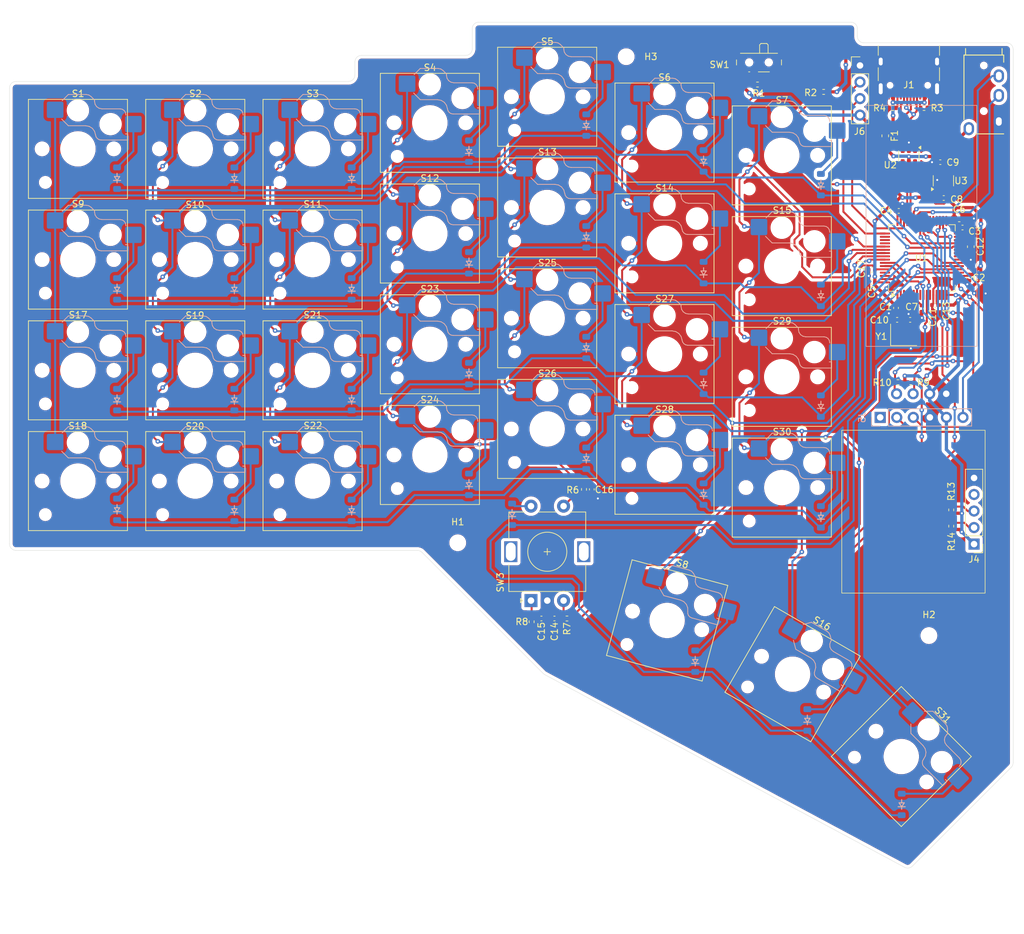
<source format=kicad_pcb>
(kicad_pcb (version 20240108) (generator "pcbnew") (generator_version "8.0")
  (layers (0 "F.Cu" signal) (31 "B.Cu" power) (34 "B.Paste" user) (35 "F.Paste" user) (36 "B.SilkS" user "B.Silkscreen") (37 "F.SilkS" user "F.Silkscreen") (38 "B.Mask" user) (39 "F.Mask" user) (44 "Edge.Cuts" user))
  (net 0 "")
  (net 1 "GND")
  (net 2 "+3.3V")
  (net 3 "LNRST")
  (net 4 "+5V")
  (net 5 "LOSC_IN")
  (net 6 "LOSC_OUT")
  (net 7 "/LMCU_VCAP1")
  (net 9 "Net-(D1-A)")
  (net 10 "Net-(D2-A)")
  (net 11 "Net-(D3-A)")
  (net 12 "Net-(D4-A)")
  (net 13 "Net-(D5-A)")
  (net 14 "Net-(D6-A)")
  (net 15 "Net-(D7-A)")
  (net 16 "LBOOT0")
  (net 17 "LRow 0")
  (net 18 "Net-(D9-A)")
  (net 19 "Net-(D10-A)")
  (net 20 "Net-(D11-A)")
  (net 21 "Net-(D12-A)")
  (net 22 "Net-(D13-A)")
  (net 23 "Net-(D14-A)")
  (net 24 "Net-(D15-A)")
  (net 25 "Net-(D16-A)")
  (net 26 "Net-(D17-A)")
  (net 27 "LRow 1")
  (net 28 "Net-(D18-A)")
  (net 29 "LRow 2")
  (net 30 "Net-(D19-A)")
  (net 31 "Net-(D20-A)")
  (net 32 "Net-(D21-A)")
  (net 33 "Net-(D22-A)")
  (net 34 "Net-(D23-A)")
  (net 35 "Net-(D24-A)")
  (net 36 "Net-(D25-A)")
  (net 37 "Net-(D26-A)")
  (net 38 "Net-(D27-A)")
  (net 39 "Net-(D28-A)")
  (net 40 "Net-(D29-A)")
  (net 41 "Net-(D30-A)")
  (net 42 "Net-(D31-A)")
  (net 43 "Net-(D33-A)")
  (net 44 "VBUS")
  (net 45 "Net-(J1-CC2)")
  (net 46 "LRow 3")
  (net 47 "Net-(J1-CC1)")
  (net 48 "LD+")
  (net 49 "LD-")
  (net 50 "LOLED_SCL")
  (net 52 "LOLED_SDA")
  (net 53 "LUART2_RX")
  (net 54 "LUART2_TX")
  (net 55 "LBT_EN")
  (net 56 "LSWCLK")
  (net 57 "LSWDIO")
  (net 58 "/SW_BOOT0")
  (net 59 "Net-(R6-Pad2)")
  (net 60 "LColumn 0")
  (net 61 "LColumn 1")
  (net 62 "LColumn 2")
  (net 63 "LColumn 3")
  (net 64 "LColumn 4")
  (net 65 "LColumn 5")
  (net 66 "LColumn 6")
  (net 67 "LUART1_TX")
  (net 68 "LsD+")
  (net 69 "LUART1_RX")
  (net 77 "LsD-")
  (net 78 "Net-(R2-Pad2)")
  (net 79 "LTRACK_SCL")
  (net 80 "LTRACK_SDA")
  (net 81 "LENCODER_B")
  (net 82 "LENCODER_A")
  (net 87 "Net-(D8-A)")
  (net 88 "LRow 4")
  (net 96 "Net-(C14-Pad2)")
  (net 97 "Net-(C15-Pad1)")
  (footprint "Package_TO_SOT_SMD:SOT-23-3" (layer "F.Cu") (at 168.3 52.245 90)
    (property "Reference" "U3")
    (property "Value" "XC6206")
  )
  (footprint "Resistor_SMD:R_0402_1005Metric" (layer "F.Cu") (at 161.325 83.175 180)
    (property "Reference" "R10")
    (property "Value" "4.7k")
  )
  (footprint "Package_QFP:LQFP-64_10x10mm_P0.5mm" (layer "F.Cu") (at 165 64.1 90)
    (property "Reference" "U1")
    (property "Value" "STM32F401RET6")
  )
  (footprint "ScottoKeebs_Components:Button_TL3342" (layer "F.Cu") (at 148.825 34.975 180)
    (property "Reference" "SW2" (hide yes))
    (property "Value" "SW_Push")
  )
  (footprint "Capacitor_SMD:C_0402_1005Metric" (layer "F.Cu") (at 163.2 73.6)
    (property "Reference" "C11")
    (property "Value" "8p")
  )
  (footprint "Rotary_Encoder:RotaryEncoder_Alps_EC11E-Switch_Vertical_H20mm" (layer "F.Cu") (at 105.015 116.7 90)
    (property "Reference" "SW3")
    (property "Value" "RotaryEncoder_Switch")
  )
  (footprint "Connector_PinHeader_2.54mm:PinHeader_1x05_P2.54mm_Vertical" (layer "F.Cu") (at 173 108.03 180)
    (property "Reference" "J4")
    (property "Value" "Trackball")
  )
  (footprint "Capacitor_SMD:C_0402_1005Metric" (layer "F.Cu") (at 157.3 67.8)
    (property "Reference" "C5")
    (property "Value" "100n")
  )
  (footprint "ScottoKeebs_Hotswap:Hotswap_Choc_V1V2_1.00u" (layer "F.Cu") (at 107.5 39.35)
    (property "Reference" "S5")
    (property "Value" "Keyswitch")
  )
  (footprint "ScottoKeebs_Hotswap:Hotswap_Choc_V1V2_1.00u" (layer "F.Cu") (at 125.5 78.85)
    (property "Reference" "S27")
    (property "Value" "Keyswitch")
  )
  (footprint "Capacitor_SMD:C_0402_1005Metric" (layer "F.Cu") (at 108.615 119.45)
    (property "Reference" "C14")
    (property "Value" "100n")
  )
  (footprint "ScottoKeebs_Hotswap:Hotswap_Choc_V1V2_1.00u" (layer "F.Cu") (at 71.5 47.35)
    (property "Reference" "S3")
    (property "Value" "Keyswitch")
  )
  (footprint "ScottoKeebs_Hotswap:Hotswap_Choc_V1V2_1.00u" (layer "F.Cu") (at 53.5 81.35)
    (property "Reference" "S19")
    (property "Value" "Keyswitch")
  )
  (footprint "Resistor_SMD:R_0402_1005Metric" (layer "F.Cu") (at 110.535 119.45)
    (property "Reference" "R7")
    (property "Value" "10k")
  )
  (footprint "ScottoKeebs_Hotswap:Hotswap_Choc_V1V2_1.00u" (layer "F.Cu") (at 125.5 95.85)
    (property "Reference" "S28")
    (property "Value" "Keyswitch")
  )
  (footprint "MountingHole:MountingHole_2.2mm_M2" (layer "F.Cu") (at 119.625 33.2)
    (property "Reference" "H3")
    (property "Value" "MountingHole")
  )
  (footprint "ScottoKeebs_Hotswap:Hotswap_Choc_V1V2_1.00u" (layer "F.Cu") (at 143.5 48.35)
    (property "Reference" "S7")
    (property "Value" "Keyswitch")
  )
  (footprint "Button_Switch_SMD:SW_SPDT_PCM12" (layer "F.Cu") (at 140 34.405 180)
    (property "Reference" "SW1")
    (property "Value" "SW_SPDT")
  )
  (footprint "ScottoKeebs_Hotswap:Hotswap_Choc_V1V2_1.00u" (layer "F.Cu") (at 143.5 99.35)
    (property "Reference" "S30")
    (property "Value" "Keyswitch")
  )
  (footprint "MountingHole:MountingHole_2.2mm_M2" (layer "F.Cu") (at 166.075 122.075)
    (property "Reference" "H2")
    (property "Value" "MountingHole")
  )
  (footprint "Resistor_SMD:R_0402_1005Metric" (layer "F.Cu") (at 113.15 99.625 -90)
    (property "Reference" "R6")
    (property "Value" "10k")
  )
  (footprint "MountingHole:MountingHole_2.2mm_M2" (layer "F.Cu") (at 93.775 107.825)
    (property "Reference" "H1")
    (property "Value" "MountingHole")
  )
  (footprint "ScottoKeebs_Hotswap:Hotswap_Choc_V1V2_1.00u" (layer "F.Cu") (at 125.5 61.85)
    (property "Reference" "S14")
    (property "Value" "Keyswitch")
  )
  (footprint "Capacitor_SMD:C_0402_1005Metric" (layer "F.Cu") (at 167.82 49.395)
    (property "Reference" "C9")
    (property "Value" "1u")
  )
  (footprint "ScottoKeebs_Hotswap:Hotswap_Choc_V1V2_1.00u" (layer "F.Cu") (at 125.5 44.85)
    (property "Reference" "S6")
    (property "Value" "Keyswitch")
  )
  (footprint "Resistor_SMD:R_0402_1005Metric" (layer "F.Cu") (at 139.775 37.48)
    (property "Reference" "R1")
    (property "Value" "10k")
  )
  (footprint "ScottoKeebs_Components:OLED_128x32" (layer "F.Cu") (at 158.93 86.55 90)
    (property "Reference" "J2" (hide yes))
    (property "Value" "OLED_128x32")
  )
  (footprint "ScottoKeebs_Hotswap:Hotswap_Choc_V1V2_1.00u" (layer "F.Cu") (at 143.5 65.35)
    (property "Reference" "S15")
    (property "Value" "Keyswitch")
  )
  (footprint "ScottoKeebs_Hotswap:Hotswap_Choc_V1V2_1.00u" (layer "F.Cu") (at 143.5 82.35)
    (property "Reference" "S29")
    (property "Value" "Keyswitch")
  )
  (footprint "ScottoKeebs_Hotswap:Hotswap_Choc_V1V2_1.00u" (layer "F.Cu") (at 71.5 98.35)
    (property "Reference" "S22")
    (property "Value" "Keyswitch")
  )
  (footprint "ScottoKeebs_Hotswap:Hotswap_Choc_V1V2_1.00u" (layer "F.Cu") (at 107.5 90.35)
    (property "Reference" "S26")
    (property "Value" "Keyswitch")
  )
  (footprint "ScottoKeebs_Hotswap:Hotswap_Choc_V1V2_1.00u" (layer "F.Cu") (at 89.5 77.35)
    (property "Reference" "S23")
    (property "Value" "Keyswitch")
  )
  (footprint "Resistor_SMD:R_0402_1005Metric" (layer "F.Cu") (at 105.115 119.95 90)
    (property "Reference" "R8")
    (property "Value" "10k")
  )
  (footprint "Capacitor_SMD:C_0402_1005Metric" (layer "F.Cu") (at 161.025 71.775 90)
    (property "Reference" "C1")
    (property "Value" "100n")
  )
  (footprint "ScottoKeebs_Hotswap:Hotswap_Choc_V1V2_1.00u" (layer "F.Cu") (at 35.5 47.35)
    (property "Reference" "S1")
    (property "Value" "Keyswitch")
  )
  (footprint "ScottoKeebs_Hotswap:Hotswap_Choc_V1V2_1.00u" (layer "F.Cu") (at 107.5 56.35)
    (property "Reference" "S13")
    (property "Value" "Keyswitch")
  )
  (footprint "ScottoKeebs_Hotswap:Hotswap_Choc_V1V2_1.00u" (layer "F.Cu") (at 35.5 64.35)
    (property "Reference" "S9")
    (property "Value" "Keyswitch")
  )
  (footprint "Resistor_SMD:R_0402_1005Metric" (layer "F.Cu") (at 169.5 102.78 -90)
    (property "Reference" "R13")
    (property "Value" "4.7k")
  )
  (footprint "ScottoKeebs_Hotswap:Hotswap_Choc_V1V2_1.00u" (layer "F.Cu") (at 89.5 43.35)
    (property "Reference" "S4")
    (property "Value" "Keyswitch")
  )
  (footprint "Package_TO_SOT_SMD:SOT-23-6" (layer "F.Cu") (at 163 48.4575 -90)
    (property "Reference" "U2")
    (property "Value" "USBLC6-2SC6")
  )
  (footprint "Resistor_SMD:R_0402_1005Metric" (layer "F.Cu") (at 149.925 38.6)
    (property "Reference" "R2")
    (property "Value" "100R")
  )
  (footprint "ScottoKeebs_Hotswap:Hotswap_Choc_V1V2_1.00u" (layer "F.Cu") (at 53.5 64.35)
    (property "Reference" "S10")
    (property "Value" "Keyswitch")
  )
  (footprint "Resistor_SMD:R_0402_1005Metric" (layer "F.Cu") (at 160.5 41.075)
    (property "Reference" "R4")
    (property "Value" "5.1k")
  )
  (footprint "Capacitor_SMD:C_0402_1005Metric" (layer "F.Cu") (at 157.3 65.925 180)
    (property "Reference" "C17")
    (property "Value" "100n")
  )
  (footprint "Fuse:Fuse_0603_1608Metric" (layer "F.Cu") (at 159.375 45.35 -90)
    (property "Reference" "F1")
    (property "Value" "500mA")
  )
  (footprint "ScottoKeebs_Hotswap:Hotswap_Choc_V1V2_1.00u" (layer "F.Cu") (at 71.5 64.35)
    (property "Reference" "S11")
    (property "Value" "Keyswitch")
  )
  (footprint "ScottoKeebs_Components:TRRS_PJ-320A" (layer "F.Cu") (at 174.5 32.95)
    (property "Reference" "U4")
    (property "Value" "TRRS")
  )
  (footprint "Capacitor_SMD:C_0603_1608Metric" (layer "F.Cu") (at 170.725 58.025 180)
    (property "Reference" "C6")
    (property "Value" "10u")
  )
  (footprint "Capacitor_SMD:C_0402_1005Metric" (layer "F.Cu") (at 172.25 67.12 90)
    (property "Reference" "C2")
    (property "Value" "100n")
  )
  (footprint "ScottoKeebs_Hotswap:Hotswap_Choc_V1V2_1.00u" (layer "F.Cu") (at 35.5 81.35)
    (property "Reference" "S17")
    (property "Value" "Keyswitch")
  )
  (footprint "Capacitor_SMD:C_0402_1005Metric" (layer "F.Cu") (at 168.35 54.895)
    (property "Reference" "C8")
    (property "Value" "1u")
  )
  (footprint "ScottoKeebs_Hotswap:Hotswap_Choc_V1V2_1.00u" (layer "F.Cu") (at 89.5 94.35)
    (property "Reference" "S24")
    (property "Value" "Keyswitch")
  )
  (footprint "ScottoKeebs_Hotswap:Hotswap_Choc_V1V2_1.00u" (layer "F.Cu") (at 161.833537 140.643934 -45)
    (property "Reference" "S31")
    (property "Value" "Keyswitch")
  )
  (footprint "Resistor_SMD:R_0402_1005Metric" (layer "F.Cu") (at 169.5 105.27 90)
    (property "Reference" "R14")
    (property "Value" "4.7k")
  )
  (footprint "Capacitor_SMD:C_0402_1005Metric" (layer "F.Cu") (at 114.35 99.625 -90)
    (property "Reference" "C16")
    (property "Value" "100n")
  )
  (footprint "Capacitor_SMD:C_0402_1005Metric" (layer "F.Cu") (at 171.225 59.425 180)
    (property "Reference" "C3")
    (property "Value" "100n")
  )
  (footprint "Capacitor_SMD:C_0402_1005Metric" (layer "F.Cu") (at 161.2 73.6)
    (property "Reference" "C10")
    (property "Value" "8p")
  )
  (footprint "Capacitor_SMD:C_0402_1005Metric" (layer "F.Cu") (at 167.02 71.325)
    (property "Reference" "C13")
    (property "Value" "100n")
  )
  (footprint "Resistor_SMD:R_0402_1005Metric" (layer "F.Cu") (at 165.325 41.075 180)
    (property "Reference" "R3")
    (property "Value" "5.1k")
  )
  (footprint "ScottoKeebs_Hotswap:Hotswap_Choc_V1V2_1.00u" (layer "F.Cu") (at 53.5 47.35)
    (property "Reference" "S2")
    (property "Value" "Keyswitch")
  )
  (footprint "ScottoKeebs_Hotswap:Hotswap_Choc_V1V2_1.00u" (layer "F.Cu") (at 53.5 98.35)
    (property "Reference" "S20")
    (property "Value" "Keyswitch")
  )
  (footprint "ScottoKeebs_Hotswap:Hotswap_Choc_V1V2_1.00u" (layer "F.Cu") (at 125.906403 119.75 -15)
    (property "Reference" "S8")
    (property "Value" "Keyswitch")
  )
  (footprint "Capacitor_SMD:C_0402_1005Metric" (layer "F.Cu") (at 106.615 119.45)
    (property "Reference" "C15")
    (property "Value" "100n")
  )
  (footprint "Connector_USB:USB_C_Receptacle_HRO_TYPE-C-31-M-12" (layer "F.Cu") (at 163 34.99 180)
    (property "Reference" "J1")
    (property "Value" "USB_C")
  )
  (footprint "Capacitor_SMD:C_0603_1608Metric" (layer "F.Cu") (at 172.5 62.375 -90)
    (property "Reference" "C12")
    (property "Value" "4.7uF")
  )
  (footprint "ScottoKeebs_Hotswap:Hotswap_Choc_V1V2_1.00u" (layer "F.Cu") (at 107.5 73.35)
    (property "Reference" "S25")
    (property "Value" "Keyswitch")
  )
  (footprint "ScottoKeebs_Hotswap:Hotswap_Choc_V1V2_1.00u" (layer "F.Cu") (at 89.5 60.35)
    (property "Reference" "S12")
    (property "Value" "Keyswitch")
  )
  (footprint "Capacitor_SMD:C_0402_1005Metric" (layer "F.Cu") (at 164.975 71.875 90)
    (property "Reference" "C7")
    (property "Value" "100n")
  )
  (footprint "Capacitor_SMD:C_0402_1005Metric" (layer "F.Cu") (at 161.45 56.875 180)
    (property "Reference" "C4")
    (property "Value" "100n")
  )
  (footprint "Resistor_SMD:R_0402_1005Metric" (layer "F.Cu") (at 163.3 83.175 180)
    (property "Reference" "R9")
    (property "Value" "4.7k")
  )
  (footprint "ScottoKeebs_Hotswap:Hotswap_Choc_V1V2_1.00u" (layer "F.Cu") (at 71.5 81.35)
    (property "Reference" "S21")
    (property "Value" "Keyswitch")
  )
  (footprint "Connector_PinHeader_2.54mm:PinHeader_1x04_P2.54mm_Vertical" (layer "F.Cu") (at 155.5 34.55)
    (property "Reference" "J6")
    (property "Value" "DEBUG")
  )
  (footprint "ScottoKeebs_Hotswap:Hotswap_Choc_V1V2_1.00u" (layer "F.Cu") (at 145.156403 128 -30)
    (property "Reference" "S16")
    (property "Value" "Keyswitch")
  )
  (footprint "Crystal:Crystal_SMD_3225-4Pin_3.2x2.5mm" (layer "F.Cu") (at 162.2 75.9)
    (property "Reference" "Y1")
    (property "Value" "8MHz")
  )
  (footprint "ScottoKeebs_Hotswap:Hotswap_Choc_V1V2_1.00u" (layer "F.Cu") (at 35.5 98.35)
    (property "Reference" "S18")
    (property "Value" "Keyswitch")
  )
  (footprint "ScottoKeebs_Components:Diode_SOD-123" (layer "B.Cu") (at 59.5 85.85 90)
    (property "Reference" "D19" (hide yes))
    (property "Value" "Diode")
  )
  (footprint "ScottoKeebs_Components:Diode_SOD-123" (layer "B.Cu") (at 41.5 68.85 90)
    (property "Reference" "D9" (hide yes))
    (property "Value" "Diode")
  )
  (footprint "Connector_PinSocket_2.54mm:PinSocket_1x06_P2.54mm_Vertical" (layer "B.Cu") (at 158.6 88.575 -90)
    (property "Reference" "J5")
    (property "Value" "HC-05 BT")
  )
  (footprint "ScottoKeebs_Components:Diode_SOD-123" (layer "B.Cu") (at 149.5 69.85 90)
    (property "Reference" "D15" (hide yes))
    (property "Value" "Diode")
  )
  (footprint "ScottoKeebs_Components:Diode_SOD-123" (layer "B.Cu") (at 130.218263 126 90)
    (property "Reference" "D8" (hide yes))
    (property "Value" "Diode")
  )
  (footprint "ScottoKeebs_Components:Diode_SOD-123" (layer "B.Cu") (at 41.5 85.85 90)
    (property "Reference" "D17" (hide yes))
    (property "Value" "Diode")
  )
  (footprint "ScottoKeebs_Components:Diode_SOD-123" (layer "B.Cu") (at 41.5 102.7 90)
    (property "Reference" "D18" (hide yes))
    (property "Value" "Diode")
  )
  (footprint "ScottoKeebs_Components:Diode_SOD-123" (layer "B.Cu") (at 131.5 66.35 90)
    (property "Reference" "D14" (hide yes))
    (property "Value" "Diode")
  )
  (footprint "ScottoKeebs_Components:Diode_SOD-123" (layer "B.Cu") (at 95.5 64.85 90)
    (property "Reference" "D12" (hide yes))
    (property "Value" "Diode")
  )
  (footprint "ScottoKeebs_Components:Diode_SOD-123" (layer "B.Cu") (at 95.5 98.85 90)
    (property "Reference" "D24" (hide yes))
    (property "Value" "Diode")
  )
  (footprint "ScottoKeebs_Components:Diode_SOD-123" (layer "B.Cu") (at 113.5 94.85 90)
    (property "Reference" "D26" (hide yes))
    (property "Value" "Diode")
  )
  (footprint "ScottoKeebs_Components:Diode_SOD-123" (layer "B.Cu") (at 113.5 60.85 90)
    (property "Reference" "D13" (hide yes))
    (property "Value" "Diode")
  )
  (footprint "ScottoKeebs_Components:Diode_SOD-123" (layer "B.Cu") (at 131.5 49.2 90)
    (property "Reference" "D6" (hide yes))
    (property "Value" "Diode")
  )
  (footprint "ScottoKeebs_Components:Diode_SOD-123" (layer "B.Cu") (at 77.5 102.85 90)
    (property "Reference" "D22" (hide yes))
    (property "Value" "Diode")
  )
  (footprint "ScottoKeebs_Components:Diode_SOD-123" (layer "B.Cu") (at 149.5 103.85 90)
    (property "Reference" "D30" (hide yes))
    (property "Value" "Diode")
  )
  (footprint "ScottoKeebs_Components:Diode_SOD-123" (layer "B.Cu") (at 59.5 51.85 90)
    (property "Reference" "D2" (hide yes))
    (property "Value" "Diode")
  )
  (footprint "ScottoKeebs_Components:Diode_SOD-123" (layer "B.Cu") (at 147.418263 135.025 90)
    (property "Reference" "D16" (hide yes))
    (property "Value" "Diode")
  )
  (footprint "ScottoKeebs_Components:Diode_SOD-123" (layer "B.Cu") (at 149.5 52.85 90)
    (property "Reference" "D7" (hide yes))
    (property "Value" "Diode")
  )
  (footprint "ScottoKeebs_Components:Diode_SOD-123" (layer "B.Cu") (at 149.5 86.85 90)
    (property "Reference" "D29" (hide yes))
    (property "Value" "Diode")
  )
  (footprint "ScottoKeebs_Components:Diode_SOD-123" (layer "B.Cu") (at 113.5 77.85 90)
    (property "Reference" "D25" (hide yes))
    (property "Value" "Diode")
  )
  (footprint "ScottoKeebs_Components:Diode_SOD-123" (layer "B.Cu") (at 102.115 103.45 90)
    (property "Reference" "D33" (hide yes))
    (property "Value" "Diode")
  )
  (footprint "ScottoKeebs_Components:Diode_SOD-123" (layer "B.Cu") (at 77.5 68.85 90)
    (property "Reference" "D11" (hide yes))
    (property "Value" "Diode")
  )
  (footprint "ScottoKeebs_Components:Diode_SOD-123" (layer "B.Cu") (at 131.5 83.35 90)
    (property "Reference" "D27" (hide yes))
    (property "Value" "Diode")
  )
  (footprint "ScottoKeebs_Components:Diode_SOD-123" (layer "B.Cu") (at 113.5 43.7 90)
    (property "Reference" "D5" (hide yes))
    (property "Value" "Diode")
  )
  (footprint "ScottoKeebs_Components:Diode_SOD-123" (layer "B.Cu") (at 77.5 51.85 90)
    (property "Reference" "D3" (hide yes))
    (property "Value" "Diode")
  )
  (footprint "ScottoKeebs_Components:Diode_SOD-123" (layer "B.Cu") (at 59.5 102.85 90)
    (property "Reference" "D20" (hide yes))
    (property "Value" "Diode")
  )
  (footprint "ScottoKeebs_Components:Diode_SOD-123" (layer "B.Cu") (at 95.5 81.85 90)
    (property "Reference" "D23" (hide yes))
    (property "Value" "Diode")
  )
  (footprint "ScottoKeebs_Components:Diode_SOD-123" (layer "B.Cu") (at 161.893263 148 90)
    (property "Reference" "D31" (hide yes))
    (property "Value" "Diode")
  )
  (footprint "ScottoKeebs_Components:Diode_SOD-123" (layer "B.Cu") (at 77.5 85.85 90)
    (property "Reference" "D21" (hide yes))
    (property "Value" "Diode")
  )
  (footprint "ScottoKeebs_Components:Diode_SOD-123" (layer "B.Cu") (at 41.5 51.85 90)
    (property "Reference" "D1" (hide yes))
    (property "Value" "Diode")
  )
  (footprint "ScottoKeebs_Components:Diode_SOD-123" (layer "B.Cu") (at 131.5 100.35 90)
    (property "Reference" "D28" (hide yes))
    (property "Value" "Diode")
  )
  (footprint "ScottoKeebs_Components:Diode_SOD-123" (layer "B.Cu") (at 59.5 68.85 90)
    (property "Reference" "D10" (hide yes))
    (property "Value" "Diode")
  )
  (footprint "ScottoKeebs_Components:Diode_SOD-123" (layer "B.Cu") (at 95.5 47.7 90)
    (property "Reference" "D4" (hide yes))
    (property "Value" "Diode")
  )
  (gr_rect (start 156.425 40.675) (end 173.425 77.675) (stroke (width 0.1)) (fill none) (layer "B.SilkS"))
  (gr_rect (start 152.7 90.55) (end 174.7 115.55) (stroke (width 0.1)) (fill none) (layer "F.SilkS"))
  (gr_arc (start 179 141.585786) (mid 178.923884 141.968472) (end 178.707107 142.292893) (stroke (width 0.05)) (layer "Edge.Cuts"))
  (gr_line (start 155.1 28.9) (end 155.1 30.075) (stroke (width 0.05)) (layer "Edge.Cuts"))
  (gr_line (start 78 34) (end 78 36) (stroke (width 0.05)) (layer "Edge.Cuts"))
  (gr_arc (start 78 34) (mid 78.292893 33.292893) (end 79 33) (stroke (width 0.05)) (layer "Edge.Cuts"))
  (gr_arc (start 26 109) (mid 25.292893 108.707107) (end 25 108) (stroke (width 0.05)) (layer "Edge.Cuts"))
  (gr_arc (start 96 28.9) (mid 96.292893 28.192893) (end 97 27.9) (stroke (width 0.05)) (layer "Edge.Cuts"))
  (gr_line (start 122.275 27.9) (end 154.1 27.9) (stroke (width 0.05)) (layer "Edge.Cuts"))
  (gr_line (start 156.1 31.075) (end 178 31.075) (stroke (width 0.05)) (layer "Edge.Cuts"))
  (gr_arc (start 87.585786 109) (mid 87.968469 109.07612) (end 88.292893 109.292893) (stroke (width 0.05)) (layer "Edge.Cuts"))
  (gr_arc (start 154.1 27.9) (mid 154.807107 28.192893) (end 155.1 28.9) (stroke (width 0.05)) (layer "Edge.Cuts"))
  (gr_arc (start 96 32) (mid 95.707107 32.707107) (end 95 33) (stroke (width 0.05)) (layer "Edge.Cuts"))
  (gr_arc (start 107.130334 128.069822) (mid 107.006482 127.991269) (end 106.895449 127.895449) (stroke (width 0.05)) (layer "Edge.Cuts"))
  (gr_line (start 163.524939 157.475061) (end 178.707107 142.292893) (stroke (width 0.05)) (layer "Edge.Cuts"))
  (gr_line (start 179 141.585786) (end 179 32.075) (stroke (width 0.05)) (layer "Edge.Cuts"))
  (gr_arc (start 25 38) (mid 25.292893 37.292893) (end 26 37) (stroke (width 0.05)) (layer "Edge.Cuts"))
  (gr_arc (start 163.524939 157.475061) (mid 162.9641 157.757199) (end 162.34561 157.649434) (stroke (width 0.05)) (layer "Edge.Cuts"))
  (gr_line (start 25 38) (end 25 108) (stroke (width 0.05)) (layer "Edge.Cuts"))
  (gr_line (start 95 33) (end 79 33) (stroke (width 0.05)) (layer "Edge.Cuts"))
  (gr_line (start 88.292893 109.292893) (end 106.895449 127.895449) (stroke (width 0.05)) (layer "Edge.Cuts"))
  (gr_line (start 26 109) (end 87.585786 109) (stroke (width 0.05)) (layer "Edge.Cuts"))
  (gr_line (start 107.130334 128.069822) (end 162.34561 157.649434) (stroke (width 0.05)) (layer "Edge.Cuts"))
  (gr_line (start 77 37) (end 26 37) (stroke (width 0.05)) (layer "Edge.Cuts"))
  (gr_arc (start 178 31.075) (mid 178.707107 31.367893) (end 179 32.075) (stroke (width 0.05)) (layer "Edge.Cuts"))
  (gr_line (start 96 28.9) (end 96 32) (stroke (width 0.05)) (layer "Edge.Cuts"))
  (gr_arc (start 78 36) (mid 77.707107 36.707107) (end 77 37) (stroke (width 0.05)) (layer "Edge.Cuts"))
  (gr_line (start 122.275 27.9) (end 97 27.9) (stroke (width 0.05)) (layer "Edge.Cuts"))
  (gr_arc (start 156.1 31.075) (mid 155.392893 30.782107) (end 155.1 30.075) (stroke (width 0.05)) (layer "Edge.Cuts"))
  (segment (start 171.8 60.60312) (end 171.8 59.52) (width 0.3) (layer "F.Cu") (net 1))
  (segment (start 166.22 88.575) (end 166.22 87.46) (width 0.5) (layer "F.Cu") (net 1))
  (segment (start 174.725 69.5) (end 174.775 69.55) (width 0.3) (layer "F.Cu") (net 1))
  (segment (start 167.35 53.3825) (end 167.35 54.375) (width 0.5) (layer "F.Cu") (net 1))
  (segment (start 167.35 53.3825) (end 167.35 52.12501) (width 0.5) (layer "F.Cu") (net 1))
  (segment (start 161.75 58.425) (end 161.75 57.055) (width 0.3) (layer "F.Cu") (net 1))
  (segment (start 114.35 100.105) (end 114.355 100.105) (width 0.5) (layer "F.Cu") (net 1))
  (segment (start 161.75 57.055) (end 161.93 56.875) (width 0.3) (layer "F.Cu") (net 1))
  (segment (start 166.75 68.85) (end 166.75 69.775) (width 0.3) (layer "F.Cu") (net 1))
  (segment (start 171.5 58.025) (end 171.5 59.22) (width 0.5) (layer "F.Cu") (net 1))
  (segment (start 160.72 72.56) (end 160.72 73.6) (width 0.5) (layer "F.Cu") (net 1))
  (segment (start 166.2 39.255) (end 166.745 39.255) (width 0.5) (layer "F.Cu") (net 1))
  (segment (start 172.25 67.852474) (end 171.963817 68.138657) (width 0.3) (layer "F.Cu") (net 1))
  (segment (start 160.72 74.67) (end 161.1 75.05) (width 0.5) (layer "F.Cu") (net 1))
  (segment (start 166.75 71.115) (end 166.54 71.325) (width 0.3) (layer "F.Cu") (net 1))
  (segment (start 156.82 65.925) (end 156.82 66.845) (width 0.5) (layer "F.Cu") (net 1))
  (segment (start 160.967622 67.72692) (end 160.967622 67.405425) (width 0.5) (layer "F.Cu") (net 1))
  (segment (start 160.72 73.6) (end 160.72 74.67) (width 0.5) (layer "F.Cu") (net 1))
  (segment (start 167.35 54.375) (end 167.87 54.895) (width 0.5) (layer "F.Cu") (net 1))
  (segment (start 156.82 66.845) (end 156.825 66.85) (width 0.5) (layer "F.Cu") (net 1))
  (segment (start 172 67.35) (end 172.25 67.6) (width 0.3) (layer "F.Cu") (net 1))
  (segment (start 153.175 36.875) (end 155.5 34.55) (width 0.5) (layer "F.Cu") (net 1))
  (segment (start 171.5 59.22) (end 171.705 59.425) (width 0.5) (layer "F.Cu") (net 1))
  (segment (start 156.82 68.62) (end 158.3 70.1) (width 0.5) (layer "F.Cu") (net 1))
  (segment (start 167.34 49.395) (end 166.550002 49.395) (width 0.5) (layer "F.Cu") (net 1))
  (segment (start 159.500001 40.585001) (end 159.99 41.075) (width 0.5) (layer "F.Cu") (net 1))
  (segment (start 161.93 56.875) (end 161.93 55.870004) (width 0.3) (layer "F.Cu") (net 1))
  (segment (start 164.975 73.275) (end 165 73.3) (width 0.5) (layer "F.Cu") (net 1))
  (segment (start 171.5 58.025) (end 172.95 58.025) (width 0.5) (layer "F.Cu") (net 1))
  (segment (start 156.82 66.855) (end 156.825 66.85) (width 0.5) (layer "F.Cu") (net 1))
  (segment (start 170.675 67.35) (end 172 67.35) (width 0.3) (layer "F.Cu") (net 1))
  (segment (start 107.095 119.45) (end 107.5 119.45) (width 0.5) (layer "F.Cu") (net 1))
  (segment (start 159.8 39.255) (end 159.255 39.255) (width 0.5) (layer "F.Cu") (net 1))
  (segment (start 158.3 70.1) (end 158.3 70.975) (width 0.5) (layer "F.Cu") (net 1))
  (segment (start 107.515 119.435) (end 107.5 119.45) (width 0.5) (layer "F.Cu") (net 1))
  (segment (start 168.25 67.35) (end 166.75 68.85) (width 0.3) (layer "F.Cu") (net 1))
  (segment (start 170.675 67.35) (end 168.25 67.35) (width 0.3) (layer "F.Cu") (net 1))
  (segment (start 159.255 39.255) (end 158.68 38.68) (width 0.5) (layer "F.Cu") (net 1))
  (segment (start 107.515 116.7) (end 107.515 119.435) (width 0.5) (layer "F.Cu") (net 1))
  (segment (start 166.745 39.255) (end 167.32 38.68) (width 0.5) (layer "F.Cu") (net 1))
  (segment (start 166.22 87.46) (end 168.73 84.95) (width 0.5) (layer "F.Cu") (net 1))
  (segment (start 161.93 55.870004) (end 162 55.800004) (width 0.3) (layer "F.Cu") (net 1))
  (segment (start 160.912197 67.35) (end 160.967622 67.405425) (width 0.3) (layer "F.Cu") (net 1))
  (segment (start 159.500001 39.554999) (end 159.500001 40.585001) (width 0.5) (layer "F.Cu") (net 1))
  (segment (start 145.675 36.875) (end 151.975 36.875) (width 0.5) (layer "F.Cu") (net 1))
  (segment (start 172.5 63.15) (end 172.5 64.375) (width 0.5) (layer "F.Cu") (net 1))
  (segment (start 156.82 67.8) (end 156.82 66.855) (width 0.5) (layer "F.Cu") (net 1))
  (segment (start 166.2 39.255) (end 166.2 40.71) (width 0.5) (layer "F.Cu") (net 1))
  (segment (start 159.8 39.255) (end 159.500001 39.554999) (width 0.5) (layer "F.Cu") (net 1))
  (segment (start 114.355 100.105) (end 115.275 101.025) (width 0.5) (layer "F.Cu") (net 1))
  (segment (start 171.8 59.52) (end 171.705 59.425) (width 0.3) (layer "F.Cu") (net 1))
  (segment (start 158.3 70.975) (end 159.925 72.6) (width 0.5) (layer "F.Cu") (net 1))
  (segment (start 172.25 67.6) (end 172.25 67.852474) (width 0.3) (layer "F.Cu") (net 1))
  (segment (start 164.975 72.355) (end 164.975 73.275) (width 0.5) (layer "F.Cu") (net 1))
  (segment (start 151.975 36.875) (end 153.175 36.875) (width 0.5) (layer "F.Cu") (net 1))
  (segment (start 159.965 72.56) (end 159.925 72.6) (width 0.5) (layer "F.Cu") (net 1))
  (segment (start 159.894542 68.8) (end 160.967622 67.72692) (width 0.5) (layer "F.Cu") (net 1))
  (segment (start 161.025 72.255) (end 160.72 72.56) (width 0.5) (layer "F.Cu") (net 1))
  (segment (start 170.675 60.85) (end 171.55312 60.85) (width 0.3) (layer "F.Cu") (net 1))
  (segment (start 163 47.32) (end 163 46.375) (width 0.5) (layer "F.Cu") (net 1))
  (segment (start 156.82 67.8) (end 156.82 68.62) (width 0.5) (layer "F.Cu") (net 1))
  (segment (start 166.2 40.71) (end 165.835 41.075) (width 0.5) (layer "F.Cu") (net 1))
  (segment (start 163.3 76.75) (end 163.3 77.975) (width 0.5) (layer "F.Cu") (net 1))
  (segment (start 162.72 72.93) (end 162.95 72.7) (width 0.5) (layer "F.Cu") (net 1))
  (segment (start 162.72 73.6) (end 162.72 72.93) (width 0.5) (layer "F.Cu") (net 1))
  (segment (start 160.72 72.56) (end 159.965 72.56) (width 0.5) (layer "F.Cu") (net 1))
  (segment (start 166.75 69.775) (end 166.75 71.115) (width 0.3) (layer "F.Cu") (net 1))
  (segment (start 171.55312 60.85) (end 171.8 60.60312) (width 0.3) (layer "F.Cu") (net 1))
  (segment (start 159.6 68.8) (end 159.894542 68.8) (width 0.5) (layer "F.Cu") (net 1))
  (segment (start 173.025 69.5) (end 174.725 69.5) (width 0.3) (layer "F.Cu") (net 1))
  (segment (start 172.95 58.025) (end 172.975 58.05) (width 0.5) (layer "F.Cu") (net 1))
  (segment (start 107.5 119.45) (end 108.135 119.45) (width 0.5) (layer "F.Cu") (net 1))
  (segment (start 159.325 67.35) (end 160.912197 67.35) (width 0.3) (layer "F.Cu") (net 1))
  (via (at 158.3 70.1) (size 0.7) (drill 0.3) (layers "F.Cu" "B.Cu") (net 1))
  (via (at 115.275 101.025) (size 0.7) (drill 0.3) (layers "F.Cu" "B.Cu") (net 1))
  (via (at 165 73.3) (size 0.7) (drill 0.3) (layers "F.Cu" "B.Cu") (net 1))
  (via (at 172.975 58.05) (size 0.7) (drill 0.3) (layers "F.Cu" "B.Cu") (net 1))
  (via (at 171.963817 68.138657) (size 0.7) (drill 0.3) (layers "F.Cu" "B.Cu") (net 1))
  (via (at 160.967622 67.405425) (size 0.7) (drill 0.3) (layers "F.Cu" "B.Cu") (net 1))
  (via (at 162.95 72.7) (size 0.7) (drill 0.3) (layers "F.Cu" "B.Cu") (net 1))
  (via (at 159.925 72.6) (size 0.7) (drill 0.3) (layers "F.Cu" "B.Cu") (net 1))
  (via (at 174.775 69.55) (size 0.7) (drill 0.3) (layers "F.Cu" "B.Cu") (net 1))
  (via (at 163.3 77.975) (size 0.7) (drill 0.3) (layers "F.Cu" "B.Cu") (net 1))
  (via (at 173.025 69.5) (size 0.7) (drill 0.3) (layers "F.Cu" "B.Cu") (net 1))
  (via (at 167.35 52.12501) (size 0.7) (drill 0.3) (layers "F.Cu" "B.Cu") (net 1))
  (via (at 163 46.375) (size 0.7) (drill 0.3) (layers "F.Cu" "B.Cu") (net 1))
  (via (at 159.6 68.8) (size 0.7) (drill 0.3) (layers "F.Cu" "B.Cu") (net 1))
  (via (at 156.825 66.85) (size 0.7) (drill 0.3) (layers "F.Cu" "B.Cu") (net 1))
  (via (at 162 55.800004) (size 0.7) (drill 0.3) (layers "F.Cu" "B.Cu") (net 1))
  (via (at 166.550002 49.395) (size 0.7) (drill 0.3) (layers "F.Cu" "B.Cu") (net 1))
  (via (at 172.5 64.375) (size 0.7) (drill 0.3) (layers "F.Cu" "B.Cu") (net 1))
  (segment (start 171.963817 68.438817) (end 173.025 69.5) (width 0.3) (layer "B.Cu") (net 1))
  (segment (start 158.3 70.1) (end 159.6 68.8) (width 0.5) (layer "B.Cu") (net 1))
  (segment (start 171.963817 68.138657) (end 171.963817 68.438817) (width 0.3) (layer "B.Cu") (net 1))
  (segment (start 157 49.8) (end 157 43.67) (width 0.5) (layer "F.Cu") (net 2))
  (segment (start 167.25 71.075) (end 167.5 71.325) (width 0.3) (layer "F.Cu") (net 2))
  (segment (start 170.675 60.35) (end 170.675 59.495) (width 0.3) (layer "F.Cu") (net 2))
  (segment (start 167.25 69.775) (end 167.25 71.075) (width 0.3) (layer "F.Cu") (net 2))
  (segment (start 168.379999 55.655) (end 167.13 55.655) (width 0.5) (layer "F.Cu") (net 2))
  (segment (start 172.825 56.375) (end 174.05 57.6) (width 0.5) (layer "F.Cu") (net 2))
  (segment (start 137.75 38) (end 137.75 35.835) (width 0.5) (layer "F.Cu") (net 2))
  (segment (start 161.25 69.775) (end 161.25 71.07) (width 0.3) (layer "F.Cu") (net 2))
  (segment (start 160.72 55.505) (end 160.97 55.505) (width 0.5) (layer "F.Cu") (net 2))
  (segment (start 161.25 71.07) (end 161.025 71.295) (width 0.3) (layer "F.Cu") (net 2))
  (segment (start 159.325 67.85) (end 157.83 67.85) (width 0.3) (layer "F.Cu") (net 2))
  (segment (start 162.375 83.175) (end 162.375 82.2) (width 0.5) (layer "F.Cu") (net 2))
  (segment (start 169.5 105.78) (end 170.75 105.78) (width 0.5) (layer "F.Cu") (net 2))
  (segment (start 169.825 55.89) (end 170.31 56.375) (width 0.5) (layer "F.Cu") (net 2))
  (segment (start 170.31 56.375) (end 169.95 56.735) (width 0.5) (layer "F.Cu") (net 2))
  (segment (start 167.5 71.325) (end 169.875002 71.325) (width 0.5) (layer "F.Cu") (net 2))
  (segment (start 172.71 66.64) (end 174.025 65.325) (width 0.5) (layer "F.Cu") (net 2))
  (segment (start 157 43.67) (end 155.5 42.17) (width 0.5) (layer "F.Cu") (net 2))
  (segment (start 169.25 53.3825) (end 169.25 54.475) (width 0.5) (layer "F.Cu") (net 2))
  (segment (start 170.75 105.78) (end 171.125 106.155) (width 0.5) (layer "F.Cu") (net 2))
  (segment (start 170.45 46) (end 172.2 44.25) (width 0.5) (layer "F.Cu") (net 2))
  (segment (start 157.78 66.955) (end 157.775 66.95) (width 0.5) (layer "F.Cu") (net 2))
  (segment (start 167.13 55.655) (end 166.25 54.775) (width 0.5) (layer "F.Cu") (net 2))
  (segment (start 169.95 56.735) (end 169.95 58.025) (width 0.5) (layer "F.Cu") (net 2))
  (segment (start 169.25 53.3825) (end 170.45 52.1825) (width 0.5) (layer "F.Cu") (net 2))
  (segment (start 160.795 71.295) (end 157.78 68.28) (width 0.5) (layer "F.Cu") (net 2))
  (segment (start 174.025 65.325) (end 174.025 67.208845) (width 0.5) (layer "F.Cu") (net 2))
  (segment (start 169.875002 71.325) (end 170.575001 70.625001) (width 0.5) (layer "F.Cu") (net 2))
  (segment (start 166.25 54.775) (end 164.075 54.775) (width 0.5) (layer "F.Cu") (net 2))
  (segment (start 169.95 58.025) (end 169.95 58.63) (width 0.5) (layer "F.Cu") (net 2))
  (segment (start 170.675 59.495) (end 170.745 59.425) (width 0.3) (layer "F.Cu") (net 2))
  (segment (start 138.525 38.775) (end 137.75 38) (width 0.5) (layer "F.Cu") (net 2))
  (segment (start 169.95 58.63) (end 170.745 59.425) (width 0.5) (layer "F.Cu") (net 2))
  (segment (start 170.45 52.1825) (end 170.45 46) (width 0.5) (layer "F.Cu") (net 2))
  (segment (start 174.05 57.6) (end 174.05 58.875) (width 0.5) (layer "F.Cu") (net 2))
  (segment (start 161.25 58.425) (end 161.25 57.155) (width 0.3) (layer "F.Cu") (net 2))
  (segment (start 169.5 103.29) (end 171.115 103.29) (width 0.5) (layer "F.Cu") (net 2))
  (segment (start 157.78 68.28) (end 157.78 67.8) (width 0.5) (layer "F.Cu") (net 2))
  (segment (start 162.025 54.825) (end 161.65 54.825) (width 0.5) (layer "F.Cu") (net 2))
  (segment (start 172.04 66.85) (end 172.25 66.64) (width 0.3) (layer "F.Cu") (net 2))
  (segment (start 157.775 58.45) (end 160.72 55.505) (width 0.5) (layer "F.Cu") (net 2))
  (segment (start 157.78 67.8) (end 157.78 66.955) (width 0.5) (layer "F.Cu") (net 2))
  (segment (start 170.608844 70.625001) (end 170.575001 70.625001) (width 0.5) (layer "F.Cu") (net 2))
  (segment (start 161.25 57.155) (end 160.97 56.875) (width 0.3) (layer "F.Cu") (net 2))
  (segment (start 162.375 83.175) (end 162.79 83.175) (width 0.5) (layer "F.Cu") (net 2))
  (segment (start 164.075 54.775) (end 164 54.85) (width 0.5) (layer "F.Cu") (net 2))
  (segment (start 174.025 67.208845) (end 170.608844 70.625001) (width 0.5) (layer "F.Cu") (net 2))
  (segment (start 169.25 54.475) (end 168.83 54.895) (width 0.5) (layer "F.Cu") (net 2))
  (segment (start 161.65 54.825) (end 160.97 55.505) (width 0.5) (layer "F.Cu") (net 2))
  (segment (start 168.83 54.895) (end 168.83 55.204999) (width 0.5) (layer "F.Cu") (net 2))
  (segment (start 171.115 103.29) (end 171.125 103.3) (width 0.5) (layer "F.Cu") (net 2))
  (segment (start 157.83 67.85) (end 157.78 67.8) (width 0.3) (layer "F.Cu") (net 2))
  (segment (start 170.675 66.85) (end 172.04 66.85) (width 0.3) (layer "F.Cu") (net 2))
  (segment (start 161.025 71.295) (end 160.795 71.295) (width 0.5) (layer "F.Cu") (net 2))
  (segment (start 172.25 66.64) (end 172.71 66.64) (width 0.5) (layer "F.Cu") (net 2))
  (segment (start 161.835 83.175) (end 162.375 83.175) (width 0.5) (layer "F.Cu") (net 2))
  (segment (start 168.83 54.895) (end 169.825 55.89) (width 0.5) (layer "F.Cu") (net 2))
  (segment (start 160.97 55.505) (end 160.97 56.875) (width 0.5) (layer "F.Cu") (net 2))
  (segment (start 170.31 56.375) (end 172.825 56.375) (width 0.5) (layer "F.Cu") (net 2))
  (segment (start 162.025 54.825) (end 157 49.8) (width 0.5) (layer "F.Cu") (net 2))
  (segment (start 168.83 55.204999) (end 168.379999 55.655) (width 0.5) (layer "F.Cu") (net 2))
  (via (at 164 54.85) (size 0.7) (drill 0.3) (layers "F.Cu" "B.Cu") (net 2))
  (via (at 138.525 38.775) (size 0.7) (drill 0.3) (layers "F.Cu" "B.Cu") (net 2))
  (via (at 171.125 103.3) (size 0.7) (drill 0.3) (layers "F.Cu" "B.Cu") (net 2))
  (via (at 171.125 106.155) (size 0.7) (drill 0.3) (layers "F.Cu" "B.Cu") (net 2))
  (via (at 157.775 66.95) (size 0.7) (drill 0.3) (layers "F.Cu" "B.Cu") (net 2))
  (via (at 157.775 58.45) (size 0.7) (drill 0.3) (layers "F.Cu" "B.Cu") (net 2))
  (via (at 162.025 54.825) (size 0.7) (drill 0.3) (layers "F.Cu" "B.Cu") (net 2))
  (via (at 162.375 82.2) (size 0.7) (drill 0.3) (layers "F.Cu" "B.Cu") (net 2))
  (via (at 170.575001 70.625001) (size 0.7) (drill 0.3) (layers "F.Cu" "B.Cu") (net 2))
  (via (at 174.05 58.875) (size 0.7) (drill 0.3) (layers "F.Cu" "B.Cu") (net 2))
  (via (at 174.025 65.325) (size 0.7) (drill 0.3) (layers "F.Cu" "B.Cu") (net 2))
  (segment (start 144.775 39.425) (end 139.175 39.425) (width 0.5) (layer "B.Cu") (net 2))
  (segment (start 166.19 83.99) (end 166.19 84.95) (width 0.5) (layer "B.Cu") (net 2))
  (segment (start 147.52 42.17) (end 144.775 39.425) (width 0.5) (layer "B.Cu") (net 2))
  (segment (start 171.125 106.155) (end 173 108.03) (width 0.5) (layer "B.Cu") (net 2))
  (segment (start 164 54.85) (end 162.05 54.85) (width 0.5) (layer "B.Cu") (net 2))
  (segment (start 168.76 88.575) (end 168.76 93.51) (width 0.5) (layer "B.Cu") (net 2))
  (segment (start 174.025 65.325) (end 174.025 58.9) (width 0.5) (layer "B.Cu") (net 2))
  (segment (start 168.76 93.51) (end 171.125 95.875) (width 0.5) (layer "B.Cu") (net 2))
  (segment (start 171.125 103.3) (end 171.125 106.155) (width 0.5) (layer "B.Cu") (net 2))
  (segment (start 164.4 82.2) (end 166.19 83.99) (width 0.5) (layer "B.Cu") (net 2))
  (segment (start 162.05 54.85) (end 162.025 54.825) (width 0.5) (layer "B.Cu") (net 2))
  (segment (start 171.125 95.875) (end 171.125 103.3) (width 0.5) (layer "B.Cu") (net 2))
  (segment (start 166.19 86.005) (end 168.76 88.575) (width 0.5) (layer "B.Cu") (net 2))
  (segment (start 155.5 42.17) (end 147.52 42.17) (width 0.5) (layer "B.Cu") (net 2))
  (segment (start 162.375 82.2) (end 164.4 82.2) (width 0.5) (layer "B.Cu") (net 2))
  (segment (start 157.775 66.95) (end 157.775 58.45) (width 0.5) (layer "B.Cu") (net 2))
  (segment (start 166.19 84.95) (end 170.575001 80.564999) (width 0.5) (layer "B.Cu") (net 2))
  (segment (start 170.575001 80.564999) (end 170.575001 70.625001) (width 0.5) (layer "B.Cu") (net 2))
  (segment (start 139.175 39.425) (end 138.525 38.775) (width 0.5) (layer "B.Cu") (net 2))
  (segment (start 166.19 84.95) (end 166.19 86.005) (width 0.5) (layer "B.Cu") (net 2))
  (segment (start 174.025 58.9) (end 174.05 58.875) (width 0.5) (layer "B.Cu") (net 2))
  (segment (start 164.25 70.67) (end 164.975 71.395) (width 0.3) (layer "F.Cu") (net 3))
  (segment (start 147.125 46.85) (end 145.85 45.575) (width 0.3) (layer "F.Cu") (net 3))
  (segment (start 164.25 69.775) (end 164.25 68.6) (width 0.3) (layer "F.Cu") (net 3))
  (segment (start 147.125 50.65) (end 147.125 46.85) (width 0.3) (layer "F.Cu") (net 3))
  (segment (start 149.25 52.775) (end 147.125 50.65) (width 0.3) (layer "F.Cu") (net 3))
  (segment (start 164.25 69.775) (end 164.25 70.67) (width 0.3) (layer "F.Cu") (net 3))
  (segment (start 151.975 52.775) (end 149.25 52.775) (width 0.3) (layer "F.Cu") (net 3))
  (segment (start 145.85 45.575) (end 145.85 42.165) (width 0.3) (layer "F.Cu") (net 3))
  (segment (start 145.85 42.165) (end 149.415 38.6) (width 0.3) (layer "F.Cu") (net 3))
  (via (at 151.975 52.775) (size 0.7) (drill 0.3) (layers "F.Cu" "B.Cu") (net 3))
  (via (at 164.25 68.6) (size 0.7) (drill 0.3) (layers "F.Cu" "B.Cu") (net 3))
  (segment (start 165.381388 62.631388) (end 165.381388 67.468612) (width 0.3) (layer "B.Cu") (net 3))
  (segment (start 164.88505 67.75) (end 164.25 68.38505) (width 0.3) (layer "B.Cu") (net 3))
  (segment (start 151.975 52.775) (end 155.525 52.775) (width 0.3) (layer "B.Cu") (net 3))
  (segment (start 165.1 67.75) (end 164.88505 67.75) (width 0.3) (layer "B.Cu") (net 3))
  (segment (start 164.25 68.38505) (end 164.25 68.6) (width 0.3) (layer "B.Cu") (net 3))
  (segment (start 165.381388 67.468612) (end 165.1 67.75) (width 0.3) (layer "B.Cu") (net 3))
  (segment (start 155.525 52.775) (end 165.381388 62.631388) (width 0.3) (layer "B.Cu") (net 3))
  (segment (start 168.3 49.395) (end 168.3 51.1075) (width 0.5) (layer "F.Cu") (net 4))
  (segment (start 159.375 47.2) (end 160.65 48.475) (width 0.5) (layer "F.Cu") (net 4))
  (segment (start 167.739999 48.525) (end 165.6 48.525) (width 0.5) (layer "F.Cu") (net 4))
  (segment (start 162.994849 49.589849) (end 163 49.595) (width 0.5) (layer "F.Cu") (net 4))
  (segment (start 168.3 49.085001) (end 167.739999 48.525) (width 0.5) (layer "F.Cu") (net 4))
  (segment (start 159.375 46.1375) (end 159.375 47.2) (width 0.5) (layer "F.Cu") (net 4))
  (segment (start 168.3 49.395) (end 168.3 49.085001) (width 0.5) (layer "F.Cu") (net 4))
  (segment (start 162.994849 48.5325) (end 162.994849 49.589849) (width 0.5) (layer "F.Cu") (net 4))
  (via (at 162.994849 48.5325) (size 0.7) (drill 0.3) (layers "F.Cu" "B.Cu") (net 4))
  (via (at 160.65 48.475) (size 0.7) (drill 0.3) (layers "F.Cu" "B.Cu") (net 4))
  (via (at 165.6 48.525) (size 0.7) (drill 0.3) (layers "F.Cu" "B.Cu") (net 4))
  (segment (start 162.937349 48.475) (end 162.994849 48.5325) (width 0.5) (layer "B.Cu") (net 4))
  (segment (start 160.65 48.475) (end 162.937349 48.475) (width 0.5) (layer "B.Cu") (net 4))
  (segment (start 162.994849 48.5325) (end 163.002349 48.525) (width 0.5) (layer "B.Cu") (net 4))
  (segment (start 163.002349 48.525) (end 165.6 48.525) (width 0.5) (layer "B.Cu") (net 4))
  (segment (start 161.625 76.75) (end 161.1 76.75) (width 0.3) (layer "F.Cu") (net 5))
  (segment (start 161.68 73.6) (end 162.15 74.07) (width 0.3) (layer "F.Cu") (net 5))
  (segment (start 161.68 73.6) (end 161.68 72.82) (width 0.3) (layer "F.Cu") (net 5))
  (segment (start 163.25 71.25) (end 163.25 69.775) (width 0.3) (layer "F.Cu") (net 5))
  (segment (start 161.68 72.82) (end 163.25 71.25) (width 0.3) (layer "F.Cu") (net 5))
  (segment (start 162.15 76.225) (end 161.625 76.75) (width 0.3) (layer "F.Cu") (net 5))
  (segment (start 162.15 74.07) (end 162.15 76.225) (width 0.3) (layer "F.Cu") (net 5))
  (segment (start 163.75 70.9) (end 163.75 69.775) (width 0.3) (layer "F.Cu") (net 6))
  (segment (start 163.325 75.025) (end 163.3 75.05) (width 0.3) (layer "F.Cu") (net 6))
  (segment (start 163.68 73.6) (end 163.325 73.955) (width 0.3) (layer "F.Cu") (net 6))
  (segment (start 163.325 73.955) (end 163.325 75.025) (width 0.3) (layer "F.Cu") (net 6))
  (segment (start 163.68 73.6) (end 163.975 73.305) (width 0.3) (layer "F.Cu") (net 6))
  (segment (start 163.975 73.305) (end 163.975 71.125) (width 0.3) (layer "F.Cu") (net 6))
  (segment (start 163.975 71.125) (end 163.75 70.9) (width 0.3) (layer "F.Cu") (net 6))
  (segment (start 170.675 61.35) (end 172.25 61.35) (width 0.3) (layer "F.Cu") (net 7))
  (segment (start 172.25 61.35) (end 172.5 61.6) (width 0.3) (layer "F.Cu") (net 7))
  (segment (start 44 43.55) (end 44 47.7) (width 0.3) (layer "B.Cu") (net 9))
  (segment (start 44 47.7) (end 41.5 50.2) (width 0.3) (layer "B.Cu") (net 9))
  (segment (start 62 47.7) (end 59.5 50.2) (width 0.3) (layer "B.Cu") (net 10))
  (segment (start 62 43.55) (end 62 47.7) (width 0.3) (layer "B.Cu") (net 10))
  (segment (start 80 43.55) (end 80 47.7) (width 0.3) (layer "B.Cu") (net 11))
  (segment (start 80 47.7) (end 77.5 50.2) (width 0.3) (layer "B.Cu") (net 11))
  (segment (start 98 43.55) (end 95.5 46.05) (width 0.3) (layer "B.Cu") (net 12))
  (segment (start 98 39.55) (end 98 43.55) (width 0.3) (layer "B.Cu") (net 12))
  (segment (start 116 35.55) (end 116 39.55) (width 0.3) (layer "B.Cu") (net 13))
  (segment (start 116 39.55) (end 113.5 42.05) (width 0.3) (layer "B.Cu") (net 13))
  (segment (start 134 45.05) (end 131.5 47.55) (width 0.3) (layer "B.Cu") (net 14))
  (segment (start 134 41.05) (end 134 45.05) (width 0.3) (layer "B.Cu") (net 14))
  (segment (start 152 48.7) (end 149.5 51.2) (width 0.3) (layer "B.Cu") (net 15))
  (segment (start 152 44.55) (end 152 48.7) (width 0.3) (layer "B.Cu") (net 15))
  (segment (start 145.45 62.225) (end 145.45 61.3) (width 0.3) (layer "F.Cu") (net 16))
  (segment (start 139.225 49.95) (end 137.125 49.95) (width 0.3) (layer "F.Cu") (net 16))
  (segment (start 157.78 65.615001) (end 157.414999 65.25) (width 0.3) (layer "F.Cu") (net 16))
  (segment (start 146.225 56.95) (end 139.225 49.95) (width 0.3) (layer "F.Cu") (net 16))
  (segment (start 157.855 65.85) (end 159.325 65.85) (width 0.3) (layer "F.Cu") (net 16))
  (segment (start 146.625 65.475) (end 146.625 63.4) (width 0.3) (layer "F.Cu") (net 16))
  (segment (start 146.625 63.4) (end 145.45 62.225) (width 0.3) (layer "F.Cu") (net 16))
  (segment (start 155.925 65.25) (end 154.1 67.075) (width 0.3) (layer "F.Cu") (net 16))
  (segment (start 157.78 65.925) (end 157.855 65.85) (width 0.3) (layer "F.Cu") (net 16))
  (segment (start 154.1 67.075) (end 148.225 67.075) (width 0.3) (layer "F.Cu") (net 16))
  (segment (start 146.225 60.525) (end 146.225 56.95) (width 0.3) (layer "F.Cu") (net 16))
  (segment (start 157.78 65.925) (end 157.78 65.615001) (width 0.3) (layer "F.Cu") (net 16))
  (segment (start 135.825 42.65) (end 140.285 38.19) (width 0.3) (layer "F.Cu") (net 16))
  (segment (start 140.285 38.19) (end 140.285 37.48) (width 0.3) (layer "F.Cu") (net 16))
  (segment (start 157.414999 65.25) (end 155.925 65.25) (width 0.3) (layer "F.Cu") (net 16))
  (segment (start 135.825 48.65) (end 135.825 42.65) (width 0.3) (layer "F.Cu") (net 16))
  (segment (start 145.45 61.3) (end 146.225 60.525) (width 0.3) (layer "F.Cu") (net 16))
  (segment (start 137.125 49.95) (end 135.825 48.65) (width 0.3) (layer "F.Cu") (net 16))
  (segment (start 148.225 67.075) (end 146.625 65.475) (width 0.3) (layer "F.Cu") (net 16))
  (segment (start 170.675 61.85) (end 163.35 61.85) (width 0.3) (layer "F.Cu") (net 17))
  (segment (start 163.35 61.85) (end 162.25 60.75) (width 0.3) (layer "F.Cu") (net 17))
  (via (at 162.25 60.75) (size 0.7) (drill 0.3) (layers "F.Cu" "B.Cu") (net 17))
  (segment (start 131.5 50.85) (end 132.4 51.75) (width 0.3) (layer "B.Cu") (net 17))
  (segment (start 84.225 49.975) (end 84.85 49.975) (width 0.3) (layer "B.Cu") (net 17))
  (segment (start 99.6 49.35) (end 103.6 45.35) (width 0.3) (layer "B.Cu") (net 17))
  (segment (start 77.3 53.7) (end 77.5 53.5) (width 0.3) (layer "B.Cu") (net 17))
  (segment (start 80.7 53.5) (end 84.225 49.975) (width 0.3) (layer "B.Cu") (net 17))
  (segment (start 146.75 51.75) (end 149.5 54.5) (width 0.3) (layer "B.Cu") (net 17))
  (segment (start 128.9 48.25) (end 131.5 50.85) (width 0.3) (layer "B.Cu") (net 17))
  (segment (start 156 54.5) (end 162.25 60.75) (width 0.3) (layer "B.Cu") (net 17))
  (segment (start 41.5 53.5) (end 41.7 53.7) (width 0.3) (layer "B.Cu") (net 17))
  (segment (start 132.4 51.75) (end 146.75 51.75) (width 0.3) (layer "B.Cu") (net 17))
  (segment (start 115.275 45.35) (end 118.175 48.25) (width 0.3) (layer "B.Cu") (net 17))
  (segment (start 84.85 49.975) (end 85.475 49.35) (width 0.3) (layer "B.Cu") (net 17))
  (segment (start 41.7 53.7) (end 77.3 53.7) (width 0.3) (layer "B.Cu") (net 17))
  (segment (start 95.5 49.35) (end 99.6 49.35) (width 0.3) (layer "B.Cu") (net 17))
  (segment (start 149.5 54.5) (end 156 54.5) (width 0.3) (layer "B.Cu") (net 17))
  (segment (start 113.5 45.35) (end 115.275 45.35) (width 0.3) (layer "B.Cu") (net 17))
  (segment (start 85.475 49.35) (end 95.5 49.35) (width 0.3) (layer "B.Cu") (net 17))
  (segment (start 103.6 45.35) (end 113.5 45.35) (width 0.3) (layer "B.Cu") (net 17))
  (segment (start 118.175 48.25) (end 128.9 48.25) (width 0.3) (layer "B.Cu") (net 17))
  (segment (start 77.5 53.5) (end 80.7 53.5) (width 0.3) (layer "B.Cu") (net 17))
  (segment (start 44 60.55) (end 44 64.7) (width 0.3) (layer "B.Cu") (net 18))
  (segment (start 44 64.7) (end 41.5 67.2) (width 0.3) (layer "B.Cu") (net 18))
  (segment (start 62 64.7) (end 59.5 67.2) (width 0.3) (layer "B.Cu") (net 19))
  (segment (start 62 60.55) (end 62 64.7) (width 0.3) (layer "B.Cu") (net 19))
  (segment (start 80 64.7) (end 77.5 67.2) (width 0.3) (layer "B.Cu") (net 20))
  (segment (start 80 60.55) (end 80 64.7) (width 0.3) (layer "B.Cu") (net 20))
  (segment (start 98 60.7) (end 95.5 63.2) (width 0.3) (layer "B.Cu") (net 21))
  (segment (start 98 56.55) (end 98 60.7) (width 0.3) (layer "B.Cu") (net 21))
  (segment (start 116 52.55) (end 116 56.7) (width 0.3) (layer "B.Cu") (net 22))
  (segment (start 116 56.7) (end 113.5 59.2) (width 0.3) (layer "B.Cu") (net 22))
  (segment (start 134 62.2) (end 131.5 64.7) (width 0.3) (layer "B.Cu") (net 23))
  (segment (start 134 58.05) (end 134 62.2) (width 0.3) (layer "B.Cu") (net 23))
  (segment (start 152 65.7) (end 149.5 68.2) (width 0.3) (layer "B.Cu") (net 24))
  (segment (start 152 61.55) (end 152 65.7) (width 0.3) (layer "B.Cu") (net 24))
  (segment (start 150.001722 133.375) (end 147.418263 133.375) (width 0.3) (layer "B.Cu") (net 25))
  (segment (start 154.417619 128.959103) (end 150.001722 133.375) (width 0.3) (layer "B.Cu") (net 25))
  (segment (start 44 77.55) (end 44 81.7) (width 0.3) (layer "B.Cu") (net 26))
  (segment (start 44 81.7) (end 41.5 84.2) (width 0.3) (layer "B.Cu") (net 26))
  (segment (start 159.325 62.85) (end 154.375036 62.85) (width 0.3) (layer "F.Cu") (net 27))
  (segment (start 154.375036 62.85) (end 154.000036 63.225) (width 0.3) (layer "F.Cu") (net 27))
  (via (at 154.000036 63.225) (size 0.7) (drill 0.3) (layers "F.Cu" "B.Cu") (net 27))
  (segment (start 113.5 62.5) (end 116.325 62.5) (width 0.3) (layer "B.Cu") (net 27))
  (segment (start 99.275 66.5) (end 103.275 62.5) (width 0.3) (layer "B.Cu") (net 27))
  (segment (start 116.325 62.5) (end 119.075 65.25) (width 0.3) (layer "B.Cu") (net 27))
  (segment (start 128.75 65.25) (end 131.5 68) (width 0.3) (layer "B.Cu") (net 27))
  (segment (start 137.15 68) (end 137.725 68.575) (width 0.3) (layer "B.Cu") (net 27))
  (segment (start 77.3 70.7) (end 77.5 70.5) (width 0.3) (layer "B.Cu") (net 27))
  (segment (start 119.075 65.25) (end 128.75 65.25) (width 0.3) (layer "B.Cu") (net 27))
  (segment (start 146.425 68.575) (end 149.5 71.65) (width 0.3) (layer "B.Cu") (net 27))
  (segment (start 77.5 70.65) (end 81.7 70.65) (width 0.3) (layer "B.Cu") (net 27))
  (segment (start 95.5 66.5) (end 99.275 66.5) (width 0.3) (layer "B.Cu") (net 27))
  (segment (start 41.7 70.7) (end 77.3 70.7) (width 0.3) (layer "B.Cu") (net 27))
  (segment (start 103.275 62.5) (end 113.5 62.5) (width 0.3) (layer "B.Cu") (net 27))
  (segment (start 85.85 66.5) (end 95.5 66.5) (width 0.3) (layer "B.Cu") (net 27))
  (segment (start 131.5 68) (end 137.15 68) (width 0.3) (layer "B.Cu") (net 27))
  (segment (start 41.5 70.5) (end 41.7 70.7) (width 0.3) (layer "B.Cu") (net 27))
  (segment (start 81.7 70.65) (end 85.85 66.5) (width 0.3) (layer "B.Cu") (net 27))
  (segment (start 152.85 68.15) (end 152.85 64.375036) (width 0.3) (layer "B.Cu") (net 27))
  (segment (start 149.5 71.5) (end 152.85 68.15) (width 0.3) (layer "B.Cu") (net 27))
  (segment (start 137.725 68.575) (end 146.425 68.575) (width 0.3) (layer "B.Cu") (net 27))
  (segment (start 152.85 64.375036) (end 154.000036 63.225) (width 0.3) (layer "B.Cu") (net 27))
  (segment (start 44 94.55) (end 44 98.55) (width 0.3) (layer "B.Cu") (net 28))
  (segment (start 44 98.55) (end 41.5 101.05) (width 0.3) (layer "B.Cu") (net 28))
  (segment (start 156.900001 64.55) (end 157.100001 64.35) (width 0.3) (layer "F.Cu") (net 29))
  (segment (start 157.100001 64.35) (end 159.325 64.35) (width 0.3) (layer "F.Cu") (net 29))
  (via (at 156.900001 64.55) (size 0.7) (drill 0.3) (layers "F.Cu" "B.Cu") (net 29))
  (segment (start 77.75 87.65) (end 82.3 87.65) (width 0.3) (layer "B.Cu") (net 29))
  (segment (start 116.5 82.25) (end 129 82.25) (width 0.3) (layer "B.Cu") (net 29))
  (segment (start 156.900001 64.55) (end 156.35 64.55) (width 0.3) (layer "B.Cu") (net 29))
  (segment (start 105.15 79.5) (end 113.75 79.5) (width 0.3) (layer "B.Cu") (net 29))
  (segment (start 149.5 88.5) (end 149.525 88.525) (width 0.3) (layer "B.Cu") (net 29))
  (segment (start 113.75 79.5) (end 116.5 82.25) (width 0.3) (layer "B.Cu") (net 29))
  (segment (start 77.3 87.7) (end 77.5 87.5) (width 0.3) (layer "B.Cu") (net 29))
  (segment (start 132.25 85.5) (end 146.6 85.5) (width 0.3) (layer "B.Cu") (net 29))
  (segment (start 155.425 65.475) (end 155.425 69.575) (width 0.3) (layer "B.Cu") (net 29))
  (segment (start 153.675 84.325) (end 149.5 88.5) (width 0.3) (layer "B.Cu") (net 29))
  (segment (start 146.6 85.5) (end 149.75 88.65) (width 0.3) (layer "B.Cu") (net 29))
  (segment (start 156.35 64.55) (end 155.425 65.475) (width 0.3) (layer "B.Cu") (net 29))
  (segment (start 155.425 69.575) (end 153.675 71.325) (width 0.3) (layer "B.Cu") (net 29))
  (segment (start 101.15 83.5) (end 105.15 79.5) (width 0.3) (layer "B.Cu") (net 29))
  (segment (start 153.675 71.325) (end 153.675 84.325) (width 0.3) (layer "B.Cu") (net 29))
  (segment (start 41.7 87.7) (end 77.3 87.7) (width 0.3) (layer "B.Cu") (net 29))
  (segment (start 41.5 87.5) (end 41.7 87.7) (width 0.3) (layer "B.Cu") (net 29))
  (segment (start 82.3 87.65) (end 86.45 83.5) (width 0.3) (layer "B.Cu") (net 29))
  (segment (start 129 82.25) (end 132.25 85.5) (width 0.3) (layer "B.Cu") (net 29))
  (segment (start 86.45 83.5) (end 101.15 83.5) (width 0.3) (layer "B.Cu") (net 29))
  (segment (start 62 81.7) (end 59.5 84.2) (width 0.3) (layer "B.Cu") (net 30))
  (segment (start 62 77.55) (end 62 81.7) (width 0.3) (layer "B.Cu") (net 30))
  (segment (start 62 98.7) (end 59.5 101.2) (width 0.3) (layer "B.Cu") (net 31))
  (segment (start 62 94.55) (end 62 98.7) (width 0.3) (layer "B.Cu") (net 31))
  (segment (start 80 81.7) (end 77.5 84.2) (width 0.3) (layer "B.Cu") (net 32))
  (segment (start 80 77.55) (end 80 81.7) (width 0.3) (layer "B.Cu") (net 32))
  (segment (start 80 94.55) (end 80 98.7) (width 0.3) (layer "B.Cu") (net 33))
  (segment (start 80 98.7) (end 77.5 101.2) (width 0.3) (layer "B.Cu") (net 33))
  (segment (start 98 77.7) (end 95.5 80.2) (width 0.3) (layer "B.Cu") (net 34))
  (segment (start 98 73.55) (end 98 77.7) (width 0.3) (layer "B.Cu") (net 34))
  (segment (start 98 90.55) (end 98 94.7) (width 0.3) (layer "B.Cu") (net 35))
  (segment (start 98 94.7) (end 95.5 97.2) (width 0.3) (layer "B.Cu") (net 35))
  (segment (start 116 69.55) (end 116 73.7) (width 0.3) (layer "B.Cu") (net 36))
  (segment (start 116 73.7) (end 113.5 76.2) (width 0.3) (layer "B.Cu") (net 36))
  (segment (start 116 90.7) (end 113.5 93.2) (width 0.3) (layer "B.Cu") (net 37))
  (segment (start 116 86.55) (end 116 90.7) (width 0.3) (layer "B.Cu") (net 37))
  (segment (start 134 79.2) (end 131.5 81.7) (width 0.3) (layer "B.Cu") (net 38))
  (segment (start 134 75.05) (end 134 79.2) (width 0.3) (layer "B.Cu") (net 38))
  (segment (start 134 92.05) (end 134 96.2) (width 0.3) (layer "B.Cu") (net 39))
  (segment (start 134 96.2) (end 131.5 98.7) (width 0.3) (layer "B.Cu") (net 39))
  (segment (start 152 78.55) (end 152 82.7) (width 0.3) (layer "B.Cu") (net 40))
  (segment (start 152 82.7) (end 149.5 85.2) (width 0.3) (layer "B.Cu") (net 40))
  (segment (start 152 99.7) (end 149.5 102.2) (width 0.3) (layer "B.Cu") (net 41))
  (segment (start 152 95.55) (end 152 99.7) (width 0.3) (layer "B.Cu") (net 41))
  (segment (start 168.148286 146.35) (end 161.893263 146.35) (width 0.3) (layer "B.Cu") (net 42))
  (segment (start 170.530951 143.967335) (end 168.148286 146.35) (width 0.3) (layer "B.Cu") (net 42))
  (segment (start 105.015 102.2) (end 102.515 102.2) (width 0.3) (layer "B.Cu") (net 43))
  (segment (start 102.515 102.2) (end 102.115 101.8) (width 0.3) (layer "B.Cu") (net 43))
  (segment (start 160.6 39.255) (end 160.6 40.175) (width 0.5) (layer "F.Cu") (net 44))
  (segment (start 160.575 43.3625) (end 159.375 44.5625) (width 0.5) (layer "F.Cu") (net 44))
  (segment (start 160.6 40.175) (end 160.55 40.225) (width 0.5) (layer "F.Cu") (net 44))
  (segment (start 165.381236 40.239967) (end 165.381236 39.273764) (width 0.5) (layer "F.Cu") (net 44))
  (segment (start 160.575 42.225) (end 160.575 43.3625) (width 0.5) (layer "F.Cu") (net 44))
  (segment (start 165.381236 39.273764) (end 165.4 39.255) (width 0.5) (layer "F.Cu") (net 44))
  (via (at 160.55 40.225) (size 0.7) (drill 0.3) (layers "F.Cu" "B.Cu") (net 44))
  (via (at 165.381236 40.239967) (size 0.7) (drill 0.3) (layers "F.Cu" "B.Cu") (net 44))
  (via (at 160.575 42.225) (size 0.7) (drill 0.3) (layers "F.Cu" "B.Cu") (net 44))
  (segment (start 160.55 42.2) (end 160.575 42.225) (width 0.5) (layer "B.Cu") (net 44))
  (segment (start 160.55 40.225) (end 165.366269 40.225) (width 0.5) (layer "B.Cu") (net 44))
  (segment (start 165.366269 40.225) (end 165.381236 40.239967) (width 0.5) (layer "B.Cu") (net 44))
  (segment (start 160.55 40.225) (end 160.55 42.2) (width 0.5) (layer "B.Cu") (net 44))
  (segment (start 161.25 40.835) (end 161.01 41.075) (width 0.3) (layer "F.Cu") (net 45))
  (segment (start 161.25 39.255) (end 161.25 40.835) (width 0.3) (layer "F.Cu") (net 45))
  (segment (start 164.43995 66.35) (end 164.38995 66.3) (width 0.3) (layer "F.Cu") (net 46))
  (segment (start 170.675 66.35) (end 164.43995 66.35) (width 0.3) (layer "F.Cu") (net 46))
  (via (at 164.38995 66.3) (size 0.7) (drill 0.3) (layers "F.Cu" "B.Cu") (net 46))
  (segment (start 83 104.65) (end 87.15 100.5) (width 0.3) (layer "B.Cu") (net 46))
  (segment (start 104.9 96.5) (end 113.5 96.5) (width 0.3) (layer "B.Cu") (net 46))
  (segment (start 113.5 96.5) (end 116.4 99.4) (width 0.3) (layer "B.Cu") (net 46))
  (segment (start 157.175 85.625) (end 157.175 73.51495) (width 0.3) (layer "B.Cu") (net 46))
  (segment (start 87.15 100.5) (end 95.5 100.5) (width 0.3) (layer "B.Cu") (net 46))
  (segment (start 131.5 102) (end 132.4 102.9) (width 0.3) (layer "B.Cu") (net 46))
  (segment (start 157.175 73.51495) (end 164.38995 66.3) (width 0.3) (layer "B.Cu") (net 46))
  (segment (start 41.5 104.35) (end 41.85 104.7) (width 0.3) (layer "B.Cu") (net 46))
  (segment (start 77.3 104.7) (end 77.5 104.5) (width 0.3) (layer "B.Cu") (net 46))
  (segment (start 77.5 104.65) (end 83 104.65) (width 0.3) (layer "B.Cu") (net 46))
  (segment (start 100.9 100.5) (end 104.9 96.5) (width 0.3) (layer "B.Cu") (net 46))
  (segment (start 41.85 104.7) (end 77.3 104.7) (width 0.3) (layer "B.Cu") (net 46))
  (segment (start 95.5 100.5) (end 100.9 100.5) (width 0.3) (layer "B.Cu") (net 46))
  (segment (start 116.4 99.4) (end 128.9 99.4) (width 0.3) (layer "B.Cu") (net 46))
  (segment (start 128.9 99.4) (end 131.5 102) (width 0.3) (layer "B.Cu") (net 46))
  (segment (start 146.75 102.9) (end 149.5 105.65) (width 0.3) (layer "B.Cu") (net 46))
  (segment (start 153.65 101.35) (end 153.65 89.15) (width 0.3) (layer "B.Cu") (net 46))
  (segment (start 153.65 89.15) (end 157.175 85.625) (width 0.3) (layer "B.Cu") (net 46))
  (segment (start 132.4 102.9) (end 146.75 102.9) (width 0.3) (layer "B.Cu") (net 46))
  (segment (start 149.5 105.5) (end 153.65 101.35) (width 0.3) (layer "B.Cu") (net 46))
  (segment (start 164.25 39.255) (end 164.25 39.933119) (width 0.3) (layer "F.Cu") (net 47))
  (segment (start 164.25 39.933119) (end 164.695 40.378119) (width 0.3) (layer "F.Cu") (net 47))
  (segment (start 164.695 40.955) (end 164.815 41.075) (width 0.3) (layer "F.Cu") (net 47))
  (segment (start 164.695 40.378119) (end 164.695 40.955) (width 0.3) (layer "F.Cu") (net 47))
  (segment (start 162.25 39.255) (end 162.25 40.125) (width 0.3) (layer "F.Cu") (net 48))
  (segment (start 163.304997 40.734488) (end 163.304997 41.314388) (width 0.3) (layer "F.Cu") (net 48))
  (segment (start 162.775 45.601249) (end 162.05 46.326249) (width 0.3) (layer "F.Cu") (net 48))
  (segment (start 163.25 40.679491) (end 163.304997 40.734488) (width 0.3) (layer "F.Cu") (net 48))
  (segment (start 162.05 46.326249) (end 162.05 47.32) (width 0.3) (layer "F.Cu") (net 48))
  (segment (start 163.25 39.255) (end 163.25 40.679491) (width 0.3) (layer "F.Cu") (net 48))
  (segment (start 162.25 40.125) (end 161.75 40.625) (width 0.3) (layer "F.Cu") (net 48))
  (segment (start 161.75 40.625) (end 161.75 41.675) (width 0.3) (layer "F.Cu") (net 48))
  (segment (start 162.775 42.7) (end 162.775 45.601249) (width 0.3) (layer "F.Cu") (net 48))
  (segment (start 162.369385 42.25) (end 162.325 42.25) (width 0.3) (layer "F.Cu") (net 48))
  (segment (start 161.75 41.675) (end 162.325 42.25) (width 0.3) (layer "F.Cu") (net 48))
  (segment (start 163.304997 41.314388) (end 162.369385 42.25) (width 0.3) (layer "F.Cu") (net 48))
  (segment (start 162.325 42.25) (end 162.775 42.7) (width 0.3) (layer "F.Cu") (net 48))
  (segment (start 163.275 42.7) (end 163.275 45.65) (width 0.3) (layer "F.Cu") (net 49))
  (segment (start 164.195 41.580046) (end 163.725046 42.05) (width 0.3) (layer "F.Cu") (net 49))
  (segment (start 163.75 39.255) (end 163.75 40.140226) (width 0.3) (layer "F.Cu") (net 49))
  (segment (start 164.195 40.585226) (end 164.195 41.580046) (width 0.3) (layer "F.Cu") (net 49))
  (segment (start 162.75 39.255) (end 162.75 40.879997) (width 0.3) (layer "F.Cu") (net 49))
  (segment (start 163.725046 42.249954) (end 163.275 42.7) (width 0.3) (layer "F.Cu") (net 49))
  (segment (start 163.275 45.65) (end 163.95 46.325) (width 0.3) (layer "F.Cu") (net 49))
  (segment (start 163.725046 42.05) (end 163.725046 42.249954) (width 0.3) (layer "F.Cu") (net 49))
  (segment (start 163.75 40.140226) (end 164.195 40.585226) (width 0.3) (layer "F.Cu") (net 49))
  (segment (start 163.95 46.325) (end 163.95 47.32) (width 0.3) (layer "F.Cu") (net 49))
  (segment (start 162.75 40.879997) (end 162.604997 41.025) (width 0.3) (layer "F.Cu") (net 49))
  (via (at 162.604997 41.025) (size 0.7) (drill 0.3) (layers "F.Cu" "B.Cu") (net 49))
  (via (at 163.725046 42.05) (size 0.7) (drill 0.3) (layers "F.Cu" "B.Cu") (net 49))
  (segment (start 163.725046 42.05) (end 163.629997 42.05) (width 0.3) (layer "B.Cu") (net 49))
  (segment (start 163.629997 42.05) (end 162.604997 41.025) (width 0.3) (layer "B.Cu") (net 49))
  (segment (start 166.071074 67.596074) (end 166.071074 68.365993) (width 0.3) (layer "F.Cu") (net 50))
  (segment (start 164.6 81.275) (end 163.85 82.025) (width 0.3) (layer "F.Cu") (net 50))
  (segment (start 163.081117 67.031117) (end 165.506117 67.031117) (width 0.3) (layer "F.Cu") (net 50))
  (segment (start 163.85 83.135) (end 163.81 83.175) (width 0.3) (layer "F.Cu") (net 50))
  (segment (start 163.81 84.79) (end 163.65 84.95) (width 0.3) (layer "F.Cu") (net 50))
  (segment (start 160.9 64.85) (end 163.081117 67.031117) (width 0.3) (layer "F.Cu") (net 50))
  (segment (start 165.506117 67.031117) (end 166.071074 67.596074) (width 0.3) (layer "F.Cu") (net 50))
  (segment (start 163.81 83.175) (end 163.81 84.79) (width 0.3) (layer "F.Cu") (net 50))
  (segment (start 159.325 64.85) (end 160.9 64.85) (width 0.3) (layer "F.Cu") (net 50))
  (segment (start 163.85 82.025) (end 163.85 83.135) (width 0.3) (layer "F.Cu") (net 50))
  (via (at 164.6 81.275) (size 0.7) (drill 0.3) (layers "F.Cu" "B.Cu") (net 50))
  (via (at 166.071074 68.365993) (size 0.7) (drill 0.3) (layers "F.Cu" "B.Cu") (net 50))
  (segment (start 165.975 68.462067) (end 165.975 72.4) (width 0.3) (layer "B.Cu") (net 50))
  (segment (start 166.071074 68.365993) (end 165.975 68.462067) (width 0.3) (layer "B.Cu") (net 50))
  (segment (start 165.975 72.4) (end 167.08505 73.51005) (width 0.3) (layer "B.Cu") (net 50))
  (segment (start 164.6 80.91005) (end 164.6 81.275) (width 0.3) (layer "B.Cu") (net 50))
  (segment (start 167.08505 73.51005) (end 167.08505 78.425) (width 0.3) (layer "B.Cu") (net 50))
  (segment (start 167.08505 78.425) (end 164.6 80.91005) (width 0.3) (layer "B.Cu") (net 50))
  (segment (start 160.375 65.35) (end 162.725 67.7) (width 0.3) (layer "F.Cu") (net 52))
  (segment (start 160.815 84.655) (end 161.11 84.95) (width 0.3) (layer "F.Cu") (net 52))
  (segment (start 159.325 65.35) (end 160.375 65.35) (width 0.3) (layer "F.Cu") (net 52))
  (segment (start 160.875 83.115) (end 160.815 83.175) (width 0.3) (layer "F.Cu") (net 52))
  (segment (start 164.425 67.7) (end 165.175 68.45) (width 0.3) (layer "F.Cu") (net 52))
  (segment (start 162.725 67.7) (end 164.425 67.7) (width 0.3) (layer "F.Cu") (net 52))
  (segment (start 160.815 83.175) (end 160.815 84.655) (width 0.3) (layer "F.Cu") (net 52))
  (segment (start 160.875 81.65) (end 160.875 83.115) (width 0.3) (layer "F.Cu") (net 52))
  (via (at 160.875 81.65) (size 0.7) (drill 0.3) (layers "F.Cu" "B.Cu") (net 52))
  (via (at 165.175 68.45) (size 0.7) (drill 0.3) (layers "F.Cu" "B.Cu") (net 52))
  (segment (start 165.175 72.4) (end 166.575 73.8) (width 0.3) (layer "B.Cu") (net 52))
  (segment (start 163.725 80.95) (end 161.575 80.95) (width 0.3) (layer "B.Cu") (net 52))
  (segment (start 161.575 80.95) (end 160.875 81.65) (width 0.3) (layer "B.Cu") (net 52))
  (segment (start 165.175 68.45) (end 165.175 72.4) (width 0.3) (layer "B.Cu") (net 52))
  (segment (start 166.575 73.8) (end 166.575 78.1) (width 0.3) (layer "B.Cu") (net 52))
  (segment (start 166.575 78.1) (end 163.725 80.95) (width 0.3) (layer "B.Cu") (net 52))
  (segment (start 172.75 90.8) (end 163.365 90.8) (width 0.3) (layer "F.Cu") (net 53))
  (segment (start 172.325 70.075) (end 174.524948 72.274948) (width 0.3) (layer "F.Cu") (net 53))
  (segment (start 170.675 67.85) (end 170.675 68.525) (width 0.3) (layer "F.Cu") (net 53))
  (segment (start 163.365 90.8) (end 161.14 88.575) (width 0.3) (layer "F.Cu") (net 53))
  (segment (start 174.524948 72.274948) (end 174.535279 89.014721) (width 0.3) (layer "F.Cu") (net 53))
  (segment (start 174.535279 89.014721) (end 172.75 90.8) (width 0.3) (layer "F.Cu") (net 53))
  (segment (start 170.675 68.525) (end 171 68.85) (width 0.3) (layer "F.Cu") (net 53))
  (via (at 171 68.85) (size 0.7) (drill 0.3) (layers "F.Cu" "B.Cu") (net 53))
  (via (at 172.325 70.075) (size 0.7) (drill 0.3) (layers "F.Cu" "B.Cu") (net 53))
  (segment (start 171 68.85) (end 171.1 68.85) (width 0.3) (layer "B.Cu") (net 53))
  (segment (start 171.1 68.85) (end 172.325 70.075) (width 0.3) (layer "B.Cu") (net 53))
  (segment (start 168.75 69.775) (end 170.175 69.775) (width 0.3) (layer "F.Cu") (net 54))
  (segment (start 172.075 90.025) (end 172.875 89.225) (width 0.3) (layer "F.Cu") (net 54))
  (segment (start 165.13 90.025) (end 172.075 90.025) (width 0.3) (layer "F.Cu") (net 54))
  (segment (start 170.175 69.775) (end 170.2 69.8) (width 0.3) (layer "F.Cu") (net 54))
  (segment (start 172.875 71.975) (end 171.775 70.875) (width 0.3) (layer "F.Cu") (net 54))
  (segment (start 163.68 88.575) (end 165.13 90.025) (width 0.3) (layer "F.Cu") (net 54))
  (segment (start 172.875 89.225) (end 172.875 71.975) (width 0.3) (layer "F.Cu") (net 54))
  (via (at 170.2 69.8) (size 0.7) (drill 0.3) (layers "F.Cu" "B.Cu") (net 54))
  (via (at 171.775 70.875) (size 0.7) (drill 0.3) (layers "F.Cu" "B.Cu") (net 54))
  (segment (start 171.775 70.83505) (end 171.775 70.875) (width 0.3) (layer "B.Cu") (net 54))
  (segment (start 170.2 69.8) (end 170.73995 69.8) (width 0.3) (layer "B.Cu") (net 54))
  (segment (start 170.73995 69.8) (end 171.775 70.83505) (width 0.3) (layer "B.Cu") (net 54))
  (segment (start 165.75 58.425) (end 165.75 59.95) (width 0.3) (layer "F.Cu") (net 55))
  (segment (start 167.43505 60.85) (end 169.325006 60.85) (width 0.3) (layer "F.Cu") (net 55))
  (segment (start 166.75 60.16495) (end 167.43505 60.85) (width 0.3) (layer "F.Cu") (net 55))
  (segment (start 165.75 59.95) (end 165.96495 60.16495) (width 0.3) (layer "F.Cu") (net 55))
  (segment (start 165.96495 60.16495) (end 166.75 60.16495) (width 0.3) (layer "F.Cu") (net 55))
  (via (at 169.325006 60.85) (size 0.7) (drill 0.3) (layers "F.Cu" "B.Cu") (net 55))
  (segment (start 173.725 68.275) (end 169.325006 63.875006) (width 0.3) (layer "B.Cu") (net 55))
  (segment (start 171.3 82.525) (end 173.725 80.1) (width 0.3) (layer "B.Cu") (net 55))
  (segment (start 171.3 88.575) (end 171.3 82.525) (width 0.3) (layer "B.Cu") (net 55))
  (segment (start 173.725 80.1) (end 173.725 68.275) (width 0.3) (layer "B.Cu") (net 55))
  (segment (start 169.325006 63.875006) (end 169.325006 60.85) (width 0.3) (layer "B.Cu") (net 55))
  (segment (start 152.95 39.64) (end 155.5 37.09) (width 0.3) (layer "F.Cu") (net 56))
  (segment (start 156.3 60.35) (end 152.95 57) (width 0.3) (layer "F.Cu") (net 56))
  (segment (start 159.325 60.35) (end 156.3 60.35) (width 0.3) (layer "F.Cu") (net 56))
  (segment (start 152.95 57) (end 152.95 39.64) (width 0.3) (layer "F.Cu") (net 56))
  (segment (start 162.25 58.425) (end 162.25 59.30312) (width 0.3) (layer "F.Cu") (net 57))
  (segment (start 154.3 40.83) (end 155.5 39.63) (width 0.3) (layer "F.Cu") (net 57))
  (segment (start 154.3 56.075) (end 154.3 40.83) (width 0.3) (layer "F.Cu") (net 57))
  (segment (start 157.775 59.55) (end 154.3 56.075) (width 0.3) (layer "F.Cu") (net 57))
  (segment (start 162.00312 59.55) (end 157.775 59.55) (width 0.3) (layer "F.Cu") (net 57))
  (segment (start 162.25 59.30312) (end 162.00312 59.55) (width 0.3) (layer "F.Cu") (net 57))
  (segment (start 139.265 35.85) (end 139.25 35.835) (width 0.3) (layer "F.Cu") (net 58))
  (segment (start 139.265 37.48) (end 139.265 35.85) (width 0.3) (layer "F.Cu") (net 58))
  (segment (start 112.08 100.135) (end 110.015 102.2) (width 0.3) (layer "F.Cu") (net 59))
  (segment (start 113.15 100.135) (end 112.08 100.135) (width 0.3) (layer "F.Cu") (net 59))
  (segment (start 170.675 62.35) (end 169.79688 62.35) (width 0.3) (layer "F.Cu") (net 60))
  (segment (start 169.79688 62.35) (end 169.62188 62.525) (width 0.3) (layer "F.Cu") (net 60))
  (segment (start 169.62188 62.525) (end 162.888629 62.525) (width 0.3) (layer "F.Cu") (net 60))
  (segment (start 162.888629 62.525) (end 162.775 62.411371) (width 0.3) (layer "F.Cu") (net 60))
  (via (at 162.775 62.411371) (size 0.7) (drill 0.3) (layers "F.Cu" "B.Cu") (net 60))
  (segment (start 121.475 52.8) (end 134.925 52.8) (width 0.3) (layer "B.Cu") (net 60))
  (segment (start 102.8 47.25) (end 115.925 47.25) (width 0.3) (layer "B.Cu") (net 60))
  (segment (start 99.9 50.15) (end 102.8 47.25) (width 0.3) (layer "B.Cu") (net 60))
  (segment (start 85.457106 50.15) (end 99.9 50.15) (width 0.3) (layer "B.Cu") (net 60))
  (segment (start 115.925 47.25) (end 121.475 52.8) (width 0.3) (layer "B.Cu") (net 60))
  (segment (start 156.113629 55.75) (end 162.775 62.411371) (width 0.3) (layer "B.Cu") (net 60))
  (segment (start 35.85 54.5) (end 81.107106 54.5) (width 0.3) (layer "B.Cu") (net 60))
  (segment (start 134.925 52.8) (end 137.875 55.75) (width 0.3) (layer "B.Cu") (net 60))
  (segment (start 32 58.35) (end 35.85 54.5) (width 0.3) (layer "B.Cu") (net 60))
  (segment (start 32 41.35) (end 32 92.35) (width 0.3) (layer "B.Cu") (net 60))
  (segment (start 81.107106 54.5) (end 85.457106 50.15) (width 0.3) (layer "B.Cu") (net 60))
  (segment (start 137.875 55.75) (end 156.113629 55.75) (width 0.3) (layer "B.Cu") (net 60))
  (segment (start 47 91.5) (end 47 85.5) (width 0.3) (layer "F.Cu") (net 61))
  (segment (start 47.75 58.25) (end 47 57.5) (width 0.3) (layer "F.Cu") (net 61))
  (segment (start 47 74.5) (end 47 68.5) (width 0.3) (layer "F.Cu") (net 61))
  (segment (start 47.75 92.25) (end 47 91.5) (width 0.3) (layer "F.Cu") (net 61))
  (segment (start 156.05 62.35) (end 154.9125 61.2125) (width 0.3) (layer "F.Cu") (net 61))
  (segment (start 159.325 62.35) (end 156.05 62.35) (width 0.3) (layer "F.Cu") (net 61))
  (segment (start 47.75 75.25) (end 47 74.5) (width 0.3) (layer "F.Cu") (net 61))
  (segment (start 47 57.5) (end 47 51.5) (width 0.3) (layer "F.Cu") (net 61))
  (segment (start 47 85.5) (end 48.5 84) (width 0.3) (layer "F.Cu") (net 61))
  (segment (start 47 51.5) (end 48.5 50) (width 0.3) (layer "F.Cu") (net 61))
  (segment (start 47 68.5) (end 48.5 67) (width 0.3) (layer "F.Cu") (net 61))
  (via (at 48.5 50) (size 0.7) (drill 0.3) (layers "F.Cu" "B.Cu") (net 61))
  (via (at 48.5 84) (size 0.7) (drill 0.3) (layers "F.Cu" "B.Cu") (net 61))
  (via (at 47.75 92.25) (size 0.7) (drill 0.3) (layers "F.Cu" "B.Cu") (net 61))
  (via (at 154.9125 61.2125) (size 0.7) (drill 0.3) (layers "F.Cu" "B.Cu") (net 61))
  (via (at 47.75 58.25) (size 0.7) (drill 0.3) (layers "F.Cu" "B.Cu") (net 61))
  (via (at 47.75 75.25) (size 0.7) (drill 0.3) (layers "F.Cu" "B.Cu") (net 61))
  (via (at 48.5 67) (size 0.7) (drill 0.3) (layers "F.Cu" "B.Cu") (net 61))
  (segment (start 100.35 50.95) (end 102.775 48.525) (width 0.3) (layer "B.Cu") (net 61))
  (segment (start 53.05 55.3) (end 81.35 55.3) (width 0.3) (layer "B.Cu") (net 61))
  (segment (start 85.7 50.95) (end 100.35 50.95) (width 0.3) (layer "B.Cu") (net 61))
  (segment (start 133.5 53.825) (end 136.675 57) (width 0.3) (layer "B.Cu") (net 61))
  (segment (start 50 58.35) (end 47.85 58.35) (width 0.3) (layer "B.Cu") (net 61))
  (segment (start 50 82.5) (end 48.5 84) (width 0.3) (layer "B.Cu") (net 61))
  (segment (start 50 58.35) (end 50 65.5) (width 0.3) (layer "B.Cu") (net 61))
  (segment (start 47.85 58.35) (end 47.75 58.25) (width 0.3) (layer "B.Cu") (net 61))
  (segment (start 50 48.5) (end 48.5 50) (width 0.3) (layer "B.Cu") (net 61))
  (segment (start 50 75.35) (end 47.85 75.35) (width 0.3) (layer "B.Cu") (net 61))
  (segment (start 50 75.35) (end 50 82.5) (width 0.3) (layer "B.Cu") (net 61))
  (segment (start 50 65.5) (end 48.5 67) (width 0.3) (layer "B.Cu") (net 61))
  (segment (start 50 58.35) (end 53.05 55.3) (width 0.3) (layer "B.Cu") (net 61))
  (segment (start 50 92.35) (end 47.85 92.35) (width 0.3) (layer "B.Cu") (net 61))
  (segment (start 50 41.35) (end 50 48.5) (width 0.3) (layer "B.Cu") (net 61))
  (segment (start 102.775 48.525) (end 115.125 48.525) (width 0.3) (layer "B.Cu") (net 61))
  (segment (start 115.125 48.525) (end 120.425 53.825) (width 0.3) (layer "B.Cu") (net 61))
  (segment (start 136.675 57) (end 150.7 57) (width 0.3) (layer "B.Cu") (net 61))
  (segment (start 120.425 53.825) (end 133.5 53.825) (width 0.3) (layer "B.Cu") (net 61))
  (segment (start 81.35 55.3) (end 85.7 50.95) (width 0.3) (layer "B.Cu") (net 61))
  (segment (start 150.7 57) (end 154.9125 61.2125) (width 0.3) (layer "B.Cu") (net 61))
  (segment (start 65.75 92.25) (end 65 91.5) (width 0.3) (layer "F.Cu") (net 62))
  (segment (start 65 68.5) (end 66.5 67) (width 0.3) (layer "F.Cu") (net 62))
  (segment (start 65.75 75.25) (end 65 74.5) (width 0.3) (layer "F.Cu") (net 62))
  (segment (start 155.025 63.35) (end 153.8 64.575) (width 0.3) (layer "F.Cu") (net 62))
  (segment (start 65 57.5) (end 65 51.5) (width 0.3) (layer "F.Cu") (net 62))
  (segment (start 65.75 58.25) (end 65 57.5) (width 0.3) (layer "F.Cu") (net 62))
  (segment (start 65 91.5) (end 65 85.5) (width 0.3) (layer "F.Cu") (net 62))
  (segment (start 65 51.5) (end 66.5 50) (width 0.3) (layer "F.Cu") (net 62))
  (segment (start 65 85.5) (end 66.5 84) (width 0.3) (layer "F.Cu") (net 62))
  (segment (start 65 74.5) (end 65 68.5) (width 0.3) (layer "F.Cu") (net 62))
  (segment (start 159.325 63.35) (end 155.025 63.35) (width 0.3) (layer "F.Cu") (net 62))
  (via (at 66.5 50) (size 0.7) (drill 0.3) (layers "F.Cu" "B.Cu") (net 62))
  (via (at 65.75 58.25) (size 0.7) (drill 0.3) (layers "F.Cu" "B.Cu") (net 62))
  (via (at 66.5 84) (size 0.7) (drill 0.3) (layers "F.Cu" "B.Cu") (net 62))
  (via (at 65.75 75.25) (size 0.7) (drill 0.3) (layers "F.Cu" "B.Cu") (net 62))
  (via (at 153.8 64.575) (size 0.7) (drill 0.3) (layers "F.Cu" "B.Cu") (net 62))
  (via (at 65.75 92.25) (size 0.7) (drill 0.3) (layers "F.Cu" "B.Cu") (net 62))
  (via (at 66.5 67) (size 0.7) (drill 0.3) (layers "F.Cu" "B.Cu") (net 62))
  (segment (start 68 58.35) (end 65.85 58.35) (width 0.3) (layer "B.Cu") (net 62))
  (segment (start 81.425 72.275) (end 85.9 67.8) (width 0.3) (layer "B.Cu") (net 62))
  (segment (start 99.15 67.8) (end 102.8 64.15) (width 0.3) (layer "B.Cu") (net 62))
  (segment (start 102.8 64.15) (end 115.45 64.15) (width 0.3) (layer "B.Cu") (net 62))
  (segment (start 85.9 67.8) (end 99.15 67.8) (width 0.3) (layer "B.Cu") (net 62))
  (segment (start 121.075 69.775) (end 134.65 69.775) (width 0.3) (layer "B.Cu") (net 62))
  (segment (start 134.65 69.775) (end 137.525 72.65) (width 0.3) (layer "B.Cu") (net 62))
  (segment (start 68 58.35) (end 68 65.5) (width 0.3) (layer "B.Cu") (net 62))
  (segment (start 68 48.5) (end 66.5 50) (width 0.3) (layer "B.Cu") (net 62))
  (segment (start 68 41.35) (end 68 48.5) (width 0.3) (layer "B.Cu") (net 62))
  (segment (start 149.9 72.65) (end 153.8 68.75) (width 0.3) (layer "B.Cu") (net 62))
  (segment (start 153.8 68.75) (end 153.8 64.575) (width 0.3) (layer "B.Cu") (net 62))
  (segment (start 68 75.35) (end 68 82.5) (width 0.3) (layer "B.Cu") (net 62))
  (segment (start 68 75.35) (end 71.075 72.275) (width 0.3) (layer "B.Cu") (net 62))
  (segment (start 71.075 72.275) (end 81.425 72.275) (width 0.3) (layer "B.Cu") (net 62))
  (segment (start 68 65.5) (end 66.5 67) (width 0.3) (layer "B.Cu") (net 62))
  (segment (start 68 92.35) (end 65.85 92.35) (width 0.3) (layer "B.Cu") (net 62))
  (segment (start 115.45 64.15) (end 121.075 69.775) (width 0.3) (layer "B.Cu") (net 62))
  (segment (start 68 75.35) (end 65.85 75.35) (width 0.3) (layer "B.Cu") (net 62))
  (segment (start 68 82.5) (end 66.5 84) (width 0.3) (layer "B.Cu") (net 62))
  (segment (start 137.525 72.65) (end 149.9 72.65) (width 0.3) (layer "B.Cu") (net 62))
  (segment (start 83 81.5) (end 84.5 80) (width 0.3) (layer "F.Cu") (net 63))
  (segment (start 83 47.5) (end 83 53.5) (width 0.3) (layer "F.Cu") (net 63))
  (segment (start 83 70.494327) (end 83.902836 71.397163) (width 0.3) (layer "F.Cu") (net 63))
  (segment (start 97.1 92.7) (end 97.125 92.725) (width 0.3) (layer "F.Cu") (net 63))
  (segment (start 97.125 92.725) (end 102.2 92.725) (width 0.3) (layer "F.Cu") (net 63))
  (segment (start 84.5 46) (end 83 47.5) (width 0.3) (layer "F.Cu") (net 63))
  (segment (start 83.75 88.25) (end 83 87.5) (width 0.3) (layer "F.Cu") (net 63))
  (segment (start 84.5 63) (end 83 64.5) (width 0.3) (layer "F.Cu") (net 63))
  (segment (start 154.675 65.13505) (end 154.675 65.225) (width 0.3) (layer "F.Cu") (net 63))
  (segment (start 159.325 63.85) (end 155.96005 63.85) (width 0.3) (layer "F.Cu") (net 63))
  (segment (start 83 64.5) (end 83 70.494327) (width 0.3) (layer "F.Cu") (net 63))
  (segment (start 83.902837 71.397163) (end 83.902837 71.397164) (width 0.3) (layer "F.Cu") (net 63))
  (segment (start 83 87.5) (end 83 81.5) (width 0.3) (layer "F.Cu") (net 63))
  (segment (start 83.902837 71.397164) (end 83.926365 71.420692) (width 0.3) (layer "F.Cu") (net 63))
  (segment (start 104.95 95.475) (end 109.175 95.475) (width 0.3) (layer "F.Cu") (net 63))
  (segment (start 83.902836 71.397163) (end 83.902837 71.397163) (width 0.3) (layer "F.Cu") (net 63))
  (segment (start 155.96005 63.85) (end 154.675 65.13505) (width 0.3) (layer "F.Cu") (net 63))
  (segment (start 112.845 99.145) (end 114.35 99.145) (width 0.3) (layer "F.Cu") (net 63))
  (segment (start 83 53.5) (end 83.869975 54.369975) (width 0.3) (layer "F.Cu") (net 63))
  (segment (start 102.2 92.725) (end 104.95 95.475) (width 0.3) (layer "F.Cu") (net 63))
  (segment (start 109.175 95.475) (end 112.845 99.145) (width 0.3) (layer "F.Cu") (net 63))
  (via (at 83.902837 71.397163) (size 0.7) (drill 0.3) (layers "F.Cu" "B.Cu") (net 63))
  (via (at 84.5 46) (size 0.7) (drill 0.3) (layers "F.Cu" "B.Cu") (net 63))
  (via (at 83.85 88.35) (size 0.7) (drill 0.3) (layers "F.Cu" "B.Cu") (net 63))
  (via (at 83.875 54.35) (size 0.7) (drill 0.3) (layers "F.Cu" "B.Cu") (net 63))
  (via (at 84.5 80) (size 0.7) (drill 0.3) (layers "F.Cu" "B.Cu") (net 63))
  (via (at 154.675 65.225) (size 0.7) (drill 0.3) (layers "F.Cu" "B.Cu") (net 63))
  (via (at 84.5 63) (size 0.7) (drill 0.3) (layers "F.Cu" "B.Cu") (net 63))
  (via (at 97.1 92.7) (size 0.7) (drill 0.3) (layers "F.Cu" "B.Cu") (net 63))
  (segment (start 93.4 92.7) (end 97.1 92.7) (width 0.3) (layer "B.Cu") (net 63))
  (segment (start 88.475 90.825) (end 91.525 90.825) (width 0.3) (layer "B.Cu") (net 63))
  (segment (start 83.875 54.35) (end 83.85 54.35) (width 0.3) (layer "B.Cu") (net 63))
  (segment (start 86 44.5) (end 84.5 46) (width 0.3) (layer "B.Cu") (net 63))
  (segment (start 86 71.35) (end 83.85 71.35) (width 0.3) (layer "B.Cu") (net 63))
  (segment (start 86 54.35) (end 83.875 54.35) (width 0.3) (layer "B.Cu") (net 63))
  (segment (start 86 88.35) (end 88.475 90.825) (width 0.3) (layer "B.Cu") (net 63))
  (segment (start 150.025 73.75) (end 154.675 69.1) (width 0.3) (layer "B.Cu") (net 63))
  (segment (start 86 71.35) (end 88.25 69.1) (width 0.3) (layer "B.Cu") (net 63))
  (segment (start 99.15 69.1) (end 102.725 65.525) (width 0.3) (layer "B.Cu") (net 63))
  (segment (start 136.05 73.75) (end 150.025 73.75) (width 0.3) (layer "B.Cu") (net 63))
  (segment (start 86 37.35) (end 86 44.5) (width 0.3) (layer "B.Cu") (net 63))
  (segment (start 102.725 65.525) (end 114.925 65.525) (width 0.3) (layer "B.Cu") (net 63))
  (segment (start 86 61.5) (end 84.5 63) (width 0.3) (layer "B.Cu") (net 63))
  (segment (start 91.525 90.825) (end 93.4 92.7) (width 0.3) (layer "B.Cu") (net 63))
  (segment (start 86 88.35) (end 83.85 88.35) (width 0.3) (layer "B.Cu") (net 63))
  (segment (start 133.2 70.9) (end 136.05 73.75) (width 0.3) (layer "B.Cu") (net 63))
  (segment (start 120.3 70.9) (end 133.2 70.9) (width 0.3) (layer "B.Cu") (net 63))
  (segment (start 114.925 65.525) (end 120.3 70.9) (width 0.3) (layer "B.Cu") (net 63))
  (segment (start 88.25 69.1) (end 99.15 69.1) (width 0.3) (layer "B.Cu") (net 63))
  (segment (start 86 71.35) (end 86 78.5) (width 0.3) (layer "B.Cu") (net 63))
  (segment (start 154.675 69.1) (end 154.675 65.225) (width 0.3) (layer "B.Cu") (net 63))
  (segment (start 86 78.5) (end 84.5 80) (width 0.3) (layer "B.Cu") (net 63))
  (segment (start 86 54.35) (end 86 61.5) (width 0.3) (layer "B.Cu") (net 63))
  (segment (start 102.5 42) (end 101 43.5) (width 0.3) (layer "F.Cu") (net 64))
  (segment (start 101 66.5) (end 101.905331 67.405331) (width 0.3) (layer "F.Cu") (net 64))
  (segment (start 101 43.5) (end 101 49.5) (width 0.3) (layer "F.Cu") (net 64))
  (segment (start 101 60.5) (end 101 66.5) (width 0.3) (layer "F.Cu") (net 64))
  (segment (start 101 49.5) (end 101.940687 50.440687) (width 0.3) (layer "F.Cu") (net 64))
  (segment (start 170.675 64.85) (end 168.175 64.85) (width 0.3) (layer "F.Cu") (net 64))
  (segment (start 101 77.5) (end 102.5 76) (width 0.3) (layer "F.Cu") (net 64))
  (segment (start 101 83.5) (end 101 77.5) (width 0.3) (layer "F.Cu") (net 64))
  (segment (start 101.75 84.25) (end 101 83.5) (width 0.3) (layer "F.Cu") (net 64))
  (segment (start 168.175 64.85) (end 166.724996 63.399996) (width 0.3) (layer "F.Cu") (net 64))
  (segment (start 135.9 101.175) (end 131.05 106.025) (width 0.3) (layer "F.Cu") (net 64))
  (segment (start 166.724996 63.399996) (end 162.552673 63.399996) (width 0.3) (layer "F.Cu") (net 64))
  (segment (start 135.9 89.425) (end 135.9 101.175) (width 0.3) (layer "F.Cu") (net 64))
  (segment (start 102.5 59) (end 101 60.5) (width 0.3) (layer "F.Cu") (net 64))
  (via (at 101.905331 67.405331) (size 0.7) (drill 0.3) (layers "F.Cu" "B.Cu") (net 64))
  (via (at 102.5 76) (size 0.7) (drill 0.3) (layers "F.Cu" "B.Cu") (net 64))
  (via (at 101.940687 50.440687) (size 0.7) (drill 0.3) (layers "F.Cu" "B.Cu") (net 64))
  (via (at 101.75 84.25) (size 0.7) (drill 0.3) (layers "F.Cu" "B.Cu") (net 64))
  (via (at 135.9 89.425) (size 0.7) (drill 0.3) (layers "F.Cu" "B.Cu") (net 64))
  (via (at 102.5 42) (size 0.7) (drill 0.3) (layers "F.Cu" "B.Cu") (net 64))
  (via (at 131.05 106.025) (size 0.7) (drill 0.3) (layers "F.Cu" "B.Cu") (net 64))
  (via (at 162.552673 63.399996) (size 0.7) (drill 0.3) (layers "F.Cu" "B.Cu") (net 64))
  (via (at 102.5 59) (size 0.7) (drill 0.3) (layers "F.Cu" "B.Cu") (net 64))
  (segment (start 104 67.35) (end 101.85 67.35) (width 0.3) (layer "B.Cu") (net 64))
  (segment (start 104 33.35) (end 104 40.5) (width 0.3) (layer "B.Cu") (net 64))
  (segment (start 104 67.35) (end 104 74.5) (width 0.3) (layer "B.Cu") (net 64))
  (segment (start 131.05 106.077156) (end 131.05 106.025) (width 0.3) (layer "B.Cu") (net 64))
  (segment (start 104 40.5) (end 102.5 42) (width 0.3) (layer "B.Cu") (net 64))
  (segment (start 104 84.35) (end 106.6 81.75) (width 0.3) (layer "B.Cu") (net 64))
  (segment (start 154.6 71.352669) (end 162.552673 63.399996) (width 0.3) (layer "B.Cu") (net 64))
  (segment (start 106.6 81.75) (end 114.080456 81.75) (width 0.3) (layer "B.Cu") (net 64))
  (segment (start 104 74.5) (end 102.5 76) (width 0.3) (layer "B.Cu") (net 64))
  (segment (start 104 50.35) (end 104 57.5) (width 0.3) (layer "B.Cu") (net 64))
  (segment (start 150.425 89.425) (end 154.6 85.25) (width 0.3) (layer "B.Cu") (net 64))
  (segment (start 104 50.35) (end 101.85 50.35) (width 0.3) (layer "B.Cu") (net 64))
  (segment (start 154.6 85.25) (end 154.6 71.352669) (width 0.3) (layer "B.Cu") (net 64))
  (segment (start 124.078577 113.048579) (end 131.05 106.077156) (width 0.3) (layer "B.Cu") (net 64))
  (segment (start 114.080456 81.75) (end 118.730456 86.4) (width 0.3) (layer "B.Cu") (net 64))
  (segment (start 118.730456 86.4) (end 132.875 86.4) (width 0.3) (layer "B.Cu") (net 64))
  (segment (start 104 57.5) (end 102.5 59) (width 0.3) (layer "B.Cu") (net 64))
  (segment (start 135.9 89.425) (end 150.425 89.425) (width 0.3) (layer "B.Cu") (net 64))
  (segment (start 132.875 86.4) (end 135.9 89.425) (width 0.3) (layer "B.Cu") (net 64))
  (segment (start 104 84.35) (end 101.85 84.35) (width 0.3) (layer "B.Cu") (net 64))
  (segment (start 119 89) (end 119 83) (width 0.3) (layer "F.Cu") (net 65))
  (segment (start 166.825 65.35) (end 165.875 64.4) (width 0.3) (layer "F.Cu") (net 65))
  (segment (start 119.75 89.75) (end 119 89) (width 0.3) (layer "F.Cu") (net 65))
  (segment (start 119.75 55.75) (end 119 55) (width 0.3) (layer "F.Cu") (net 65))
  (segment (start 162.7 64.4) (end 162.675 64.425) (width 0.3) (layer "F.Cu") (net 65))
  (segment (start 119 49) (end 120.5 47.5) (width 0.3) (layer "F.Cu") (net 65))
  (segment (start 146.575 109.225) (end 146.575 90.675) (width 0.3) (layer "F.Cu") (net 65))
  (segment (start 170.675 65.35) (end 166.825 65.35) (width 0.3) (layer "F.Cu") (net 65))
  (segment (start 165.875 64.4) (end 162.7 64.4) (width 0.3) (layer "F.Cu") (net 65))
  (segment (start 119 72) (end 119 66) (width 0.3) (layer "F.Cu") (net 65))
  (segment (start 119 66) (end 120.5 64.5) (width 0.3) (layer "F.Cu") (net 65))
  (segment (start 119 55) (end 119 49) (width 0.3) (layer "F.Cu") (net 65))
  (segment (start 119.75 72.75) (end 119 72) (width 0.3) (layer "F.Cu") (net 65))
  (segment (start 119 83) (end 120.5 81.5) (width 0.3) (layer "F.Cu") (net 65))
  (via (at 146.575 90.675) (size 0.7) (drill 0.3) (layers "F.Cu" "B.Cu") (net 65))
  (via (at 119.75 72.75) (size 0.7) (drill 0.3) (layers "F.Cu" "B.Cu") (net 65))
  (via (at 146.575 109.225) (size 0.7) (drill 0.3) (layers "F.Cu" "B.Cu") (net 65))
  (via (at 119.75 55.75) (size 0.7) (drill 0.3) (layers "F.Cu" "B.Cu") (net 65))
  (via (at 162.675 64.425) (size 0.7) (drill 0.3) (layers "F.Cu" "B.Cu") (net 65))
  (via (at 120.5 64.5) (size 0.7) (drill 0.3) (layers "F.Cu" "B.Cu") (net 65))
  (via (at 120.5 81.5) (size 0.7) (drill 0.3) (layers "F.Cu" "B.Cu") (net 65))
  (via (at 120.5 47.5) (size 0.7) (drill 0.3) (layers "F.Cu" "B.Cu") (net 65))
  (via (at 119.75 89.75) (size 0.7) (drill 0.3) (layers "F.Cu" "B.Cu") (net 65))
  (segment (start 122 55.85) (end 119.85 55.85) (width 0.3) (layer "B.Cu") (net 65))
  (segment (start 122 55.85) (end 122 63) (width 0.3) (layer "B.Cu") (net 65))
  (segment (start 122 46) (end 120.5 47.5) (width 0.3) (layer "B.Cu") (net 65))
  (segment (start 122 89.85) (end 124.15 87.7) (width 0.3) (layer "B.Cu") (net 65))
  (segment (start 122 72.85) (end 122 80) (width 0.3) (layer "B.Cu") (net 65))
  (segment (start 122 89.85) (end 119.85 89.85) (width 0.3) (layer "B.Cu") (net 65))
  (segment (start 155.525 71.575) (end 162.675 64.425) (width 0.3) (layer "B.Cu") (net 65))
  (segment (start 145.125314 121.053848) (end 145.125314 110.674686) (width 0.3) (layer "B.Cu") (net 65))
  (segment (start 135.725 90.675) (end 146.575 90.675) (width 0.3) (layer "B.Cu") (net 65))
  (segment (start 122 38.85) (end 122 46) (width 0.3) (layer "B.Cu") (net 65))
  (segment (start 122 80) (end 120.5 81.5) (width 0.3) (layer "B.Cu") (net 65))
  (segment (start 122 63) (end 120.5 64.5) (width 0.3) (layer "B.Cu") (net 65))
  (segment (start 145.125314 110.674686) (end 146.575 109.225) (width 0.3) (layer "B.Cu") (net 65))
  (segment (start 124.15 87.7) (end 132.75 87.7) (width 0.3) (layer "B.Cu") (net 65))
  (segment (start 146.575 90.675) (end 150.175 90.675) (width 0.3) (layer "B.Cu") (net 65))
  (segment (start 122 72.85) (end 119.85 72.85) (width 0.3) (layer "B.Cu") (net 65))
  (segment (start 155.525 85.325) (end 155.525 71.575) (width 0.3) (layer "B.Cu") (net 65))
  (segment (start 150.175 90.675) (end 155.525 85.325) (width 0.3) (layer "B.Cu") (net 65))
  (segment (start 132.75 87.7) (end 135.725 90.675) (width 0.3) (layer "B.Cu") (net 65))
  (segment (start 137 52.075) (end 138.212502 50.862498) (width 0.3) (layer "F.Cu") (net 66))
  (segment (start 155.35 93.9) (end 155.35 95.55) (width 0.3) (layer "F.Cu") (net 66))
  (segment (start 170.675 65.85) (end 164.9299 65.85) (width 0.3) (layer "F.Cu") (net 66))
  (segment (start 137 58.5) (end 137 52.075) (width 0.3) (layer "F.Cu") (net 66))
  (segment (start 153.069975 91.619975) (end 155.35 93.9) (width 0.3) (layer "F.Cu") (net 66))
  (segment (start 137.75 59.25) (end 137 58.5) (width 0.3) (layer "F.Cu") (net 66))
  (segment (start 137 92.5) (end 137 86.360922) (width 0.3) (layer "F.Cu") (net 66))
  (segment (start 150.219975 91.619975) (end 153.069975 91.619975) (width 0.3) (layer "F.Cu") (net 66))
  (segment (start 164.9299 65.85) (end 164.404902 65.325002) (width 0.3) (layer "F.Cu") (net 66))
  (segment (start 137.75 76.25) (end 137 75.5) (width 0.3) (layer "F.Cu") (net 66))
  (segment (start 137 86.360922) (end 138.560922 84.8) (width 0.3) (layer "F.Cu") (net 66))
  (segment (start 137.75 93.25) (end 137 92.5) (width 0.3) (layer "F.Cu") (net 66))
  (segment (start 137 69.375) (end 138.5 67.875) (width 0.3) (layer "F.Cu") (net 66))
  (segment (start 137 75.5) (end 137 69.375) (width 0.3) (layer "F.Cu") (net 66))
  (via (at 137.75 76.25) (size 0.7) (drill 0.3) (layers "F.Cu" "B.Cu") (net 66))
  (via (at 138.5 67.875) (size 0.7) (drill 0.3) (layers "F.Cu" "B.Cu") (net 66))
  (via (at 137.75 93.25) (size 0.7) (drill 0.3) (layers "F.Cu" "B.Cu") (net 66))
  (via (at 138.212502 50.862498) (size 0.7) (drill 0.3) (layers "F.Cu" "B.Cu") (net 66))
  (via (at 150.219975 91.619975) (size 0.7) (drill 0.3) (layers "F.Cu" "B.Cu") (net 66))
  (via (at 155.35 95.55) (size 0.7) (drill 0.3) (layers "F.Cu" "B.Cu") (net 66))
  (via (at 164.404902 65.325002) (size 0.7) (drill 0.3) (layers "F.Cu" "B.Cu") (net 66))
  (via (at 137.75 59.25) (size 0.7) (drill 0.3) (layers "F.Cu" "B.Cu") (net 66))
  (via (at 138.560922 84.8) (size 0.7) (drill 0.3) (layers "F.Cu" "B.Cu") (net 66))
  (segment (start 140 42.35) (end 140 49.075) (width 0.3) (layer "B.Cu") (net 66))
  (segment (start 163.125 65.95) (end 163.749998 65.325002) (width 0.3) (layer "B.Cu") (net 66))
  (segment (start 155.35 125.675116) (end 155.35 95.55) (width 0.3) (layer "B.Cu") (net 66))
  (segment (start 140 49.075) (end 138.212502 50.862498) (width 0.3) (layer "B.Cu") (net 66))
  (segment (start 163.125 66.575002) (end 163.125 65.95) (width 0.3) (layer "B.Cu") (net 66))
  (segment (start 140 59.35) (end 137.85 59.35) (width 0.3) (layer "B.Cu") (net 66))
  (segment (start 140 66.375) (end 138.5 67.875) (width 0.3) (layer "B.Cu") (net 66))
  (segment (start 141.775 91.575) (end 150.175 91.575) (width 0.3) (layer "B.Cu") (net 66))
  (segment (start 150.175 91.575) (end 150.219975 91.619975) (width 0.3) (layer "B.Cu") (net 66))
  (segment (start 156.275 73.425002) (end 163.125 66.575002) (width 0.3) (layer "B.Cu") (net 66))
  (segment (start 163.749998 65.325002) (end 164.404902 65.325002) (width 0.3) (layer "B.Cu") (net 66))
  (segment (start 140 76.35) (end 140 83.360922) (width 0.3) (layer "B.Cu") (net 66))
  (segment (start 163.601304 133.92642) (end 155.35 125.675116) (width 0.3) (layer "B.Cu") (net 66))
  (segment (start 140 59.35) (end 140 66.375) (width 0.3) (layer "B.Cu") (net 66))
  (segment (start 140 83.360922) (end 138.560922 84.8) (width 0.3) (layer "B.Cu") (net 66))
  (segment (start 150.219975 91.619975) (end 156.275 85.56495) (width 0.3) (layer "B.Cu") (net 66))
  (segment (start 140 76.35) (end 137.85 76.35) (width 0.3) (layer "B.Cu") (net 66))
  (segment (start 140 93.35) (end 137.85 93.35) (width 0.3) (layer "B.Cu") (net 66))
  (segment (start 140 93.35) (end 141.775 91.575) (width 0.3) (layer "B.Cu") (net 66))
  (segment (start 156.275 85.56495) (end 156.275 73.425002) (width 0.3) (layer "B.Cu") (net 66))
  (segment (start 164.72188 57.075) (end 166.675 57.075) (width 0.3) (layer "F.Cu") (net 67))
  (segment (start 164.25 58.425) (end 164.25 57.54688) (width 0.3) (layer "F.Cu") (net 67))
  (segment (start 164.25 57.54688) (end 164.72188 57.075) (width 0.3) (layer "F.Cu") (net 67))
  (via (at 166.675 57.075) (size 0.7) (drill 0.3) (layers "F.Cu" "B.Cu") (net 67))
  (segment (start 175.375 40.575) (end 176.8 39.15) (width 0.3) (layer "B.Cu") (net 67))
  (segment (start 175.375 54.125) (end 175.375 40.575) (width 0.3) (layer "B.Cu") (net 67))
  (segment (start 172.425 57.075) (end 175.375 54.125) (width 0.3) (layer "B.Cu") (net 67))
  (segment (start 166.675 57.075) (end 172.425 57.075) (width 0.3) (layer "B.Cu") (net 67))
  (segment (start 162.05 49.595) (end 162.05 50.588751) (width 0.3) (layer "F.Cu") (net 68))
  (segment (start 162.75 51.288751) (end 162.75 58.425) (width 0.3) (layer "F.Cu") (net 68))
  (segment (start 162.05 50.588751) (end 162.75 51.288751) (width 0.3) (layer "F.Cu") (net 68))
  (segment (start 163.75 57) (end 164.15 56.6) (width 0.3) (layer "F.Cu") (net 69))
  (segment (start 163.75 58.425) (end 163.75 57) (width 0.3) (layer "F.Cu") (net 69))
  (via (at 164.15 56.6) (size 0.7) (drill 0.3) (layers "F.Cu" "B.Cu") (net 69))
  (segment (start 164.375 56.375) (end 170.025 56.375) (width 0.3) (layer "B.Cu") (net 69))
  (segment (start 175.8125 36.15) (end 176.8 36.15) (width 0.3) (layer "B.Cu") (net 69))
  (segment (start 170.025 56.375) (end 173.575 52.825) (width 0.3) (layer "B.Cu") (net 69))
  (segment (start 173.575 38.3875) (end 175.8125 36.15) (width 0.3) (layer "B.Cu") (net 69))
  (segment (start 164.15 56.6) (end 164.375 56.375) (width 0.3) (layer "B.Cu") (net 69))
  (segment (start 173.575 52.825) (end 173.575 38.3875) (width 0.3) (layer "B.Cu") (net 69))
  (segment (start 163.95 49.595) (end 163.95 50.588751) (width 0.3) (layer "F.Cu") (net 77))
  (segment (start 163.95 50.588751) (end 163.25 51.288751) (width 0.3) (layer "F.Cu") (net 77))
  (segment (start 163.25 51.288751) (end 163.25 58.425) (width 0.3) (layer "F.Cu") (net 77))
  (segment (start 145.675 33.075) (end 151.975 33.075) (width 0.5) (layer "F.Cu") (net 78))
  (segment (start 151.95 38.6) (end 150.435 38.6) (width 0.5) (layer "F.Cu") (net 78))
  (segment (start 153.25 33.075) (end 153.325 33.15) (width 0.5) (layer "F.Cu") (net 78))
  (segment (start 153.325 33.15) (end 153.325 34.45) (width 0.5) (layer "F.Cu") (net 78))
  (segment (start 151.975 33.075) (end 153.25 33.075) (width 0.5) (layer "F.Cu") (net 78))
  (via (at 151.95 38.6) (size 0.7) (drill 0.3) (layers "F.Cu" "B.Cu") (net 78))
  (via (at 153.325 34.45) (size 0.7) (drill 0.3) (layers "F.Cu" "B.Cu") (net 78))
  (segment (start 153.325 37.225) (end 153.325 34.45) (width 0.5) (layer "B.Cu") (net 78))
  (segment (start 151.95 38.6) (end 153.325 37.225) (width 0.5) (layer "B.Cu") (net 78))
  (segment (start 168.15 74.3) (end 168.15 81.97) (width 0.3) (layer "F.Cu") (net 79))
  (segment (start 164.75 58.425) (end 164.75 60.839951) (width 0.3) (layer "F.Cu") (net 79))
  (segment (start 169.5 102.27) (end 167.475 100.245) (width 0.3) (layer "F.Cu") (net 79))
  (segment (start 170.025 87.15) (end 170.025 87.175) (width 0.3) (layer "F.Cu") (net 79))
  (segment (start 171.345 102.27) (end 169.5 102.27) (width 0.3) (layer "F.Cu") (net 79))
  (segment (start 170.05 87.125) (end 170.025 87.15) (width 0.3) (layer "F.Cu") (net 79))
  (segment (start 167.475 96.2) (end 170.025 93.65) (width 0.3) (layer "F.Cu") (net 79))
  (segment (start 168.15 81.97) (end 170.05 83.87) (width 0.3) (layer "F.Cu") (net 79))
  (segment (start 170.05 83.87) (end 170.05 87.125) (width 0.3) (layer "F.Cu") (net 79))
  (segment (start 170.025 93.65) (end 170.025 91.575) (width 0.3) (layer "F.Cu") (net 79))
  (segment (start 167.475 100.245) (end 167.475 96.2) (width 0.3) (layer "F.Cu") (net 79))
  (segment (start 164.75 60.839951) (end 164.8209 60.910851) (width 0.3) (layer "F.Cu") (net 79))
  (segment (start 172.025 102.95) (end 171.345 102.27) (width 0.3) (layer "F.Cu") (net 79))
  (segment (start 173 102.95) (end 172.025 102.95) (width 0.3) (layer "F.Cu") (net 79))
  (via (at 170.025 91.575) (size 0.7) (drill 0.3) (layers "F.Cu" "B.Cu") (net 79))
  (via (at 170.025 87.175) (size 0.7) (drill 0.3) (layers "F.Cu" "B.Cu") (net 79))
  (via (at 164.8209 60.910851) (size 0.7) (drill 0.3) (layers "F.Cu" "B.Cu") (net 79))
  (via (at 168.15 74.3) (size 0.7) (drill 0.3) (layers "F.Cu" "B.Cu") (net 79))
  (segment (start 167.475 67.05) (end 167.475 72.975) (width 0.3) (layer "B.Cu") (net 79))
  (segment (start 168.15 73.65) (end 168.15 74.3) (width 0.3) (layer "B.Cu") (net 79))
  (segment (start 167.475 72.975) (end 168.15 73.65) (width 0.3) (layer "B.Cu") (net 79))
  (segment (start 164.8209 60.910851) (end 166.775 62.864951) (width 0.3) (layer "B.Cu") (net 79))
  (segment (start 166.775 66.35) (end 167.475 67.05) (width 0.3) (layer "B.Cu") (net 79))
  (segment (start 170.025 87.175) (end 170.025 91.575) (width 0.3) (layer "B.Cu") (net 79))
  (segment (start 166.775 62.864951) (end 166.775 66.35) (width 0.3) (layer "B.Cu") (net 79))
  (segment (start 165.25 58.425) (end 165.25 60.35) (width 0.3) (layer "F.Cu") (net 80))
  (segment (start 164.975 100.235) (end 169.5 104.76) (width 0.3) (layer "F.Cu") (net 80))
  (segment (start 164.975 91.525) (end 164.975 100.235) (width 0.3) (layer "F.Cu") (net 80))
  (segment (start 164.975 82.95) (end 164.975 87.45) (width 0.3) (layer "F.Cu") (net 80))
  (segment (start 165.75 82.175) (end 164.975 82.95) (width 0.3) (layer "F.Cu") (net 80))
  (segment (start 172.265 105.49) (end 171.535 104.76) (width 0.3) (layer "F.Cu") (net 80))
  (segment (start 173 105.49) (end 172.265 105.49) (width 0.3) (layer "F.Cu") (net 80))
  (segment (start 168.9 80.621217) (end 168.896217 80.625) (width 0.3) (layer "F.Cu") (net 80))
  (segment (start 168.9 75) (end 168.9 80.621217) (width 0.3) (layer "F.Cu") (net 80))
  (segment (start 171.535 104.76) (end 169.5 104.76) (width 0.3) (layer "F.Cu") (net 80))
  (segment (start 165.25 60.35) (end 165.825 60.925) (width 0.3) (layer "F.Cu") (net 80))
  (via (at 165.825 60.925) (size 0.7) (drill 0.3) (layers "F.Cu" "B.Cu") (net 80))
  (via (at 165.75 82.175) (size 0.7) (drill 0.3) (layers "F.Cu" "B.Cu") (net 80))
  (via (at 168.896217 80.625) (size 0.7) (drill 0.3) (layers "F.Cu" "B.Cu") (net 80))
  (via (at 164.975 87.45) (size 0.7) (drill 0.3) (layers "F.Cu" "B.Cu") (net 80))
  (via (at 168.9 75) (size 0.7) (drill 0.3) (layers "F.Cu" "B.Cu") (net 80))
  (via (at 164.975 91.525) (size 0.7) (drill 0.3) (layers "F.Cu" "B.Cu") (net 80))
  (segment (start 165.75 82.175) (end 167.3 80.625) (width 0.3) (layer "B.Cu") (net 80))
  (segment (start 164.975 87.45) (end 164.975 91.525) (width 0.3) (layer "B.Cu") (net 80))
  (segment (start 167.35 62.45) (end 167.35 65.875) (width 0.3) (layer "B.Cu") (net 80))
  (segment (start 168.05 72.842894) (end 168.9 73.692894) (width 0.3) (layer "B.Cu") (net 80))
  (segment (start 168.05 66.575) (end 168.05 72.375) (width 0.3) (layer "B.Cu") (net 80))
  (segment (start 168.05 72.375) (end 168.05 72.842894) (width 0.3) (layer "B.Cu") (net 80))
  (segment (start 165.825 60.925) (end 167.35 62.45) (width 0.3) (layer "B.Cu") (net 80))
  (segment (start 168.9 73.692894) (end 168.9 75) (width 0.3) (layer "B.Cu") (net 80))
  (segment (start 167.35 65.875) (end 168.05 66.575) (width 0.3) (layer "B.Cu") (net 80))
  (segment (start 167.3 80.625) (end 168.896217 80.625) (width 0.3) (layer "B.Cu") (net 80))
  (segment (start 156.275 88.5) (end 158.5 86.275) (width 0.3) (layer "F.Cu") (net 81))
  (segment (start 158.5 81.675) (end 160.925 79.25) (width 0.3) (layer "F.Cu") (net 81))
  (segment (start 160.925 79.25) (end 167.25 79.25) (width 0.3) (layer "F.Cu") (net 81))
  (segment (start 120.42 110.075) (end 151.497057 110.075) (width 0.3) (layer "F.Cu") (net 81))
  (segment (start 167.75 59.575) (end 167.45 59.875) (width 0.3) (layer "F.Cu") (net 81))
  (segment (start 158.5 86.275) (end 158.5 81.675) (width 0.3) (layer "F.Cu") (net 81))
  (segment (start 156.275 105.297057) (end 156.275 88.5) (width 0.3) (layer "F.Cu") (net 81))
  (segment (start 167.25 79.25) (end 167.275 79.225) (width 0.3) (layer "F.Cu") (net 81))
  (segment (start 167.75 58.425) (end 167.75 59.575) (width 0.3) (layer "F.Cu") (net 81))
  (segment (start 151.497057 110.075) (end 156.275 105.297057) (width 0.3) (layer "F.Cu") (net 81))
  (segment (start 111.045 119.45) (end 120.42 110.075) (width 0.3) (layer "F.Cu") (net 81))
  (via (at 167.275 79.225) (size 0.7) (drill 0.3) (layers "F.Cu" "B.Cu") (net 81))
  (via (at 167.45 59.875) (size 0.7) (drill 0.3) (layers "F.Cu" "B.Cu") (net 81))
  (segment (start 167.45 61.825) (end 167.975 62.35) (width 0.3) (layer "B.Cu") (net 81))
  (segment (start 168.575 72.660788) (end 169.7 73.785788) (width 0.3) (layer "B.Cu") (net 81))
  (segment (start 167.975 65.792894) (end 168.575 66.392894) (width 0.3) (layer "B.Cu") (net 81))
  (segment (start 168.575 66.392894) (end 168.575 72.660788) (width 0.3) (layer "B.Cu") (net 81))
  (segment (start 167.975 62.35) (end 167.975 65.792894) (width 0.3) (layer "B.Cu") (net 81))
  (segment (start 169.7 73.785788) (end 169.7 78.85) (width 0.3) (layer "B.Cu") (net 81))
  (segment (start 167.45 59.875) (end 167.45 61.825) (width 0.3) (layer "B.Cu") (net 81))
  (segment (start 169.7 78.85) (end 169.325 79.225) (width 0.3) (layer "B.Cu") (net 81))
  (segment (start 169.325 79.225) (end 167.275 79.225) (width 0.3) (layer "B.Cu") (net 81))
  (segment (start 171.55 79.95) (end 169.8 79.95) (width 0.3) (layer "F.Cu") (net 82))
  (segment (start 168.25 59.55) (end 168.525 59.825) (width 0.3) (layer "F.Cu") (net 82))
  (segment (start 172.025 79.475) (end 171.55 79.95) (width 0.3) (layer "F.Cu") (net 82))
  (segment (start 111.54 120.46) (end 105.115 120.46) (width 0.3) (layer "F.Cu") (net 82))
  (segment (start 169.8 79.95) (end 169.775 79.925) (width 0.3) (layer "F.Cu") (net 82))
  (segment (start 169.775 72.525) (end 170.975 72.525) (width 0.3) (layer "F.Cu") (net 82))
  (segment (start 157.475 94.175) (end 157.475 105.675) (width 0.3) (layer "F.Cu") (net 82))
  (segment (start 166.55 80.3) (end 161 80.3) (width 0.3) (layer "F.Cu") (net 82))
  (segment (start 159.94 91.71) (end 157.475 94.175) (width 0.3) (layer "F.Cu") (net 82))
  (segment (start 151.9 111.25) (end 120.75 111.25) (width 0.3) (layer "F.Cu") (net 82))
  (segment (start 159.94 86.765) (end 159.94 91.71) (width 0.3) (layer "F.Cu") (net 82))
  (segment (start 168.25 58.425) (end 168.25 59.55) (width 0.3) (layer "F.Cu") (net 82))
  (segment (start 159.35 81.95) (end 159.35 86.175) (width 0.3) (layer "F.Cu") (net 82))
  (segment (start 157.475 105.675) (end 151.9 111.25) (width 0.3) (layer "F.Cu") (net 82))
  (segment (start 172.025 73.575) (end 172.025 79.475) (width 0.3) (layer "F.Cu") (net 82))
  (segment (start 159.35 86.175) (end 159.94 86.765) (width 0.3) (layer "F.Cu") (net 82))
  (segment (start 170.975 72.525) (end 172.025 73.575) (width 0.3) (layer "F.Cu") (net 82))
  (segment (start 161 80.3) (end 159.35 81.95) (width 0.3) (layer "F.Cu") (net 82))
  (segment (start 120.75 111.25) (end 111.54 120.46) (width 0.3) (layer "F.Cu") (net 82))
  (via (at 168.525 59.825) (size 0.7) (drill 0.3) (layers "F.Cu" "B.Cu") (net 82))
  (via (at 169.775 79.925) (size 0.7) (drill 0.3) (layers "F.Cu" "B.Cu") (net 82))
  (via (at 166.55 80.3) (size 0.7) (drill 0.3) (layers "F.Cu" "B.Cu") (net 82))
  (via (at 169.775 72.525) (size 0.7) (drill 0.3) (layers "F.Cu" "B.Cu") (net 82))
  (segment (start 168.525 65.635788) (end 169.075 66.185788) (width 0.3) (layer "B.Cu") (net 82))
  (segment (start 169.325 72.525) (end 169.775 72.525) (width 0.3) (layer "B.Cu") (net 82))
  (segment (start 169.075 72.275) (end 169.325 72.525) (width 0.3) (layer "B.Cu") (net 82))
  (segment (start 169.775 79.925) (end 166.925 79.925) (width 0.3) (layer "B.Cu") (net 82))
  (segment (start 169.075 66.185788) (end 169.075 72.275) (width 0.3) (layer "B.Cu") (net 82))
  (segment (start 168.525 59.825) (end 168.525 65.635788) (width 0.3) (layer "B.Cu") (net 82))
  (segment (start 166.925 79.925) (end 166.55 80.3) (width 0.3) (layer "B.Cu") (net 82))
  (segment (start 130.793263 124.35) (end 130.218263 124.35) (width 0.3) (layer "B.Cu") (net 87))
  (segment (start 135.100285 118.279444) (end 135.100285 120.042978) (width 0.3) (layer "B.Cu") (net 87))
  (segment (start 135.100285 120.042978) (end 130.793263 124.35) (width 0.3) (layer "B.Cu") (net 87))
  (segment (start 165.475 74.2) (end 165.475 74.725) (width 0.3) (layer "F.Cu") (net 88))
  (segment (start 165.75 73.925) (end 165.475 74.2) (width 0.3) (layer "F.Cu") (net 88))
  (segment (start 165.75 69.775) (end 165.75 73.925) (width 0.3) (layer "F.Cu") (net 88))
  (via (at 165.475 74.725) (size 0.7) (drill 0.3) (layers "F.Cu" "B.Cu") (net 88))
  (segment (start 98.825 107.55) (end 101.275 105.1) (width 0.3) (layer "B.Cu") (net 88))
  (segment (start 98.825 111.775) (end 98.825 107.55) (width 0.3) (layer "B.Cu") (net 88))
  (segment (start 112.375 117.687913) (end 112.375 114.35) (width 0.3) (layer "B.Cu") (net 88))
  (segment (start 111.375 113.35) (end 100.4 113.35) (width 0.3) (layer "B.Cu") (net 88))
  (segment (start 150.925 108) (end 136 108) (width 0.3) (layer "B.Cu") (net 88))
  (segment (start 112.375 114.35) (end 111.375 113.35) (width 0.3) (layer "B.Cu") (net 88))
  (segment (start 141.818263 136.675) (end 147.418263 136.675) (width 0.3) (layer "B.Cu") (net 88))
  (segment (start 164.8 78.675) (end 159.999998 78.675) (width 0.3) (layer "B.Cu") (net 88))
  (segment (start 130.218263 127.65) (end 122.337087 127.65) (width 0.3) (layer "B.Cu") (net 88))
  (segment (start 147.418263 136.775) (end 160.293263 149.65) (width 0.3) (layer "B.Cu") (net 88))
  (segment (start 130.218263 127.65) (end 132.793263 127.65) (width 0.3) (layer "B.Cu") (net 88))
  (segment (start 159.999998 78.675) (end 157.975 80.699998) (width 0.3) (layer "B.Cu") (net 88))
  (segment (start 165.475 78) (end 164.8 78.675) (width 0.3) (layer "B.Cu") (net 88))
  (segment (start 157.975 80.699998) (end 157.975 85.85) (width 0.3) (layer "B.Cu") (net 88))
  (segment (start 133.1 105.1) (end 102.115 105.1) (width 0.3) (layer "B.Cu") (net 88))
  (segment (start 136 108) (end 133.1 105.1) (width 0.3) (layer "B.Cu") (net 88))
  (segment (start 132.793263 127.65) (end 141.818263 136.675) (width 0.3) (layer "B.Cu") (net 88))
  (segment (start 154.525 89.3) (end 154.525 104.4) (width 0.3) (layer "B.Cu") (net 88))
  (segment (start 122.337087 127.65) (end 112.375 117.687913) (width 0.3) (layer "B.Cu") (net 88))
  (segment (start 160.293263 149.65) (end 161.893263 149.65) (width 0.3) (layer "B.Cu") (net 88))
  (segment (start 147.418263 136.675) (end 147.418263 136.775) (width 0.3) (layer "B.Cu") (net 88))
  (segment (start 154.525 104.4) (end 150.925 108) (width 0.3) (layer "B.Cu") (net 88))
  (segment (start 165.475 74.725) (end 165.475 78) (width 0.3) (layer "B.Cu") (net 88))
  (segment (start 101.275 105.1) (end 102.115 105.1) (width 0.3) (layer "B.Cu") (net 88))
  (segment (start 100.4 113.35) (end 98.825 111.775) (width 0.3) (layer "B.Cu") (net 88))
  (segment (start 157.975 85.85) (end 154.525 89.3) (width 0.3) (layer "B.Cu") (net 88))
  (segment (start 109.095 119.45) (end 110.105 119.45) (width 0.3) (layer "F.Cu") (net 96))
  (segment (start 110.015 119.34) (end 110.115 119.44) (width 0.3) (layer "F.Cu") (net 96))
  (segment (start 110.015 116.7) (end 110.015 119.34) (width 0.3) (layer "F.Cu") (net 96))
  (segment (start 110.105 119.45) (end 110.115 119.44) (width 0.3) (layer "F.Cu") (net 96))
  (segment (start 105.115 119.44) (end 105.115 116.8) (width 0.3) (layer "F.Cu") (net 97))
  (segment (start 106.125 119.44) (end 106.135 119.45) (width 0.3) (layer "F.Cu") (net 97))
  (segment (start 105.115 116.8) (end 105.015 116.7) (width 0.3) (layer "F.Cu") (net 97))
  (segment (start 105.115 119.44) (end 106.125 119.44) (width 0.3) (layer "F.Cu") (net 97))
  (zone (net 1) (net_name "GND") (layers "F&B.Cu") (connect_pads yes (clearance 0.5)) (min_thickness 0.25) (fill yes (thermal_gap 0.5) (thermal_bridge_width 0.5))
    (polygon (pts (xy 23.539593 24.495697) (xy 24.639593 113.270697) (xy 90.639593 113.470697) (xy 100.414593 126.670697) (xy 169.314593 167.895697) (xy 180.339593 156.495697) (xy 180.675 25.220697)))
  )
)
</source>
